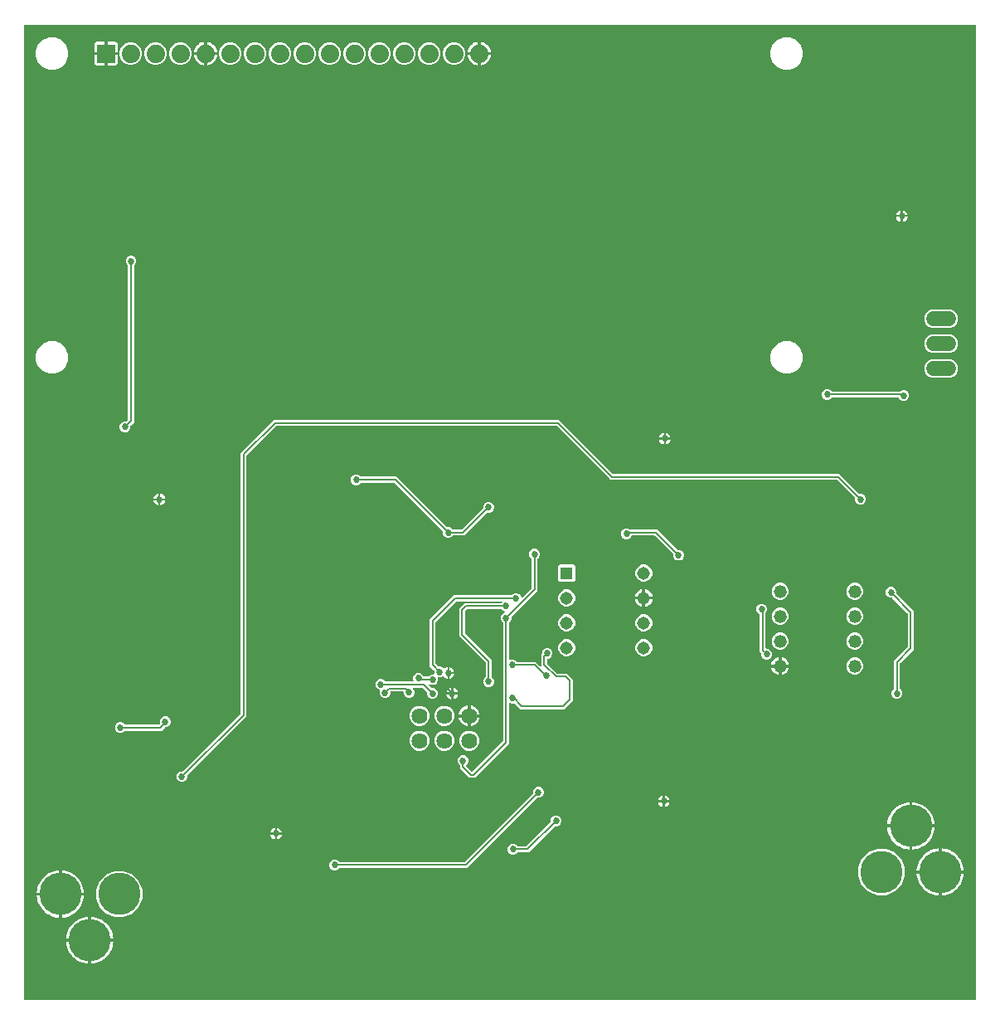
<source format=gbl>
G04 EAGLE Gerber RS-274X export*
G75*
%MOMM*%
%FSLAX34Y34*%
%LPD*%
%INBottom Copper*%
%IPPOS*%
%AMOC8*
5,1,8,0,0,1.08239X$1,22.5*%
G01*
%ADD10C,1.320800*%
%ADD11C,1.625600*%
%ADD12C,4.318000*%
%ADD13R,1.879600X1.879600*%
%ADD14C,1.879600*%
%ADD15C,1.524000*%
%ADD16C,1.308000*%
%ADD17R,1.308000X1.308000*%
%ADD18C,0.685800*%
%ADD19C,0.203200*%

G36*
X974365Y2542D02*
X974365Y2542D01*
X974370Y2541D01*
X974490Y2562D01*
X974609Y2580D01*
X974613Y2583D01*
X974619Y2584D01*
X974726Y2641D01*
X974833Y2696D01*
X974837Y2699D01*
X974841Y2702D01*
X974924Y2788D01*
X975010Y2875D01*
X975013Y2880D01*
X975016Y2883D01*
X975068Y2992D01*
X975123Y3101D01*
X975123Y3106D01*
X975126Y3110D01*
X975159Y3340D01*
X975159Y996660D01*
X975158Y996665D01*
X975159Y996670D01*
X975138Y996790D01*
X975120Y996909D01*
X975117Y996913D01*
X975116Y996919D01*
X975059Y997026D01*
X975004Y997133D01*
X975001Y997137D01*
X974998Y997141D01*
X974912Y997224D01*
X974825Y997310D01*
X974820Y997313D01*
X974817Y997316D01*
X974708Y997368D01*
X974599Y997423D01*
X974594Y997423D01*
X974590Y997426D01*
X974360Y997459D01*
X3340Y997459D01*
X3335Y997458D01*
X3330Y997459D01*
X3210Y997438D01*
X3091Y997420D01*
X3087Y997417D01*
X3081Y997416D01*
X2974Y997359D01*
X2867Y997304D01*
X2863Y997301D01*
X2859Y997298D01*
X2776Y997212D01*
X2690Y997125D01*
X2687Y997120D01*
X2684Y997117D01*
X2632Y997008D01*
X2577Y996899D01*
X2577Y996894D01*
X2574Y996890D01*
X2541Y996660D01*
X2541Y3340D01*
X2542Y3335D01*
X2541Y3330D01*
X2562Y3210D01*
X2580Y3091D01*
X2583Y3087D01*
X2584Y3081D01*
X2641Y2974D01*
X2696Y2867D01*
X2699Y2863D01*
X2702Y2859D01*
X2788Y2776D01*
X2875Y2690D01*
X2880Y2687D01*
X2883Y2684D01*
X2992Y2632D01*
X3101Y2577D01*
X3106Y2577D01*
X3110Y2574D01*
X3340Y2541D01*
X974360Y2541D01*
X974365Y2542D01*
G37*
%LPC*%
G36*
X457737Y228951D02*
X457737Y228951D01*
X447951Y238737D01*
X447951Y241471D01*
X447940Y241541D01*
X447939Y241612D01*
X447920Y241664D01*
X447912Y241720D01*
X447879Y241783D01*
X447856Y241850D01*
X447820Y241898D01*
X447796Y241944D01*
X447757Y241983D01*
X447717Y242036D01*
X446370Y243383D01*
X445538Y245391D01*
X445538Y247563D01*
X446370Y249571D01*
X447906Y251107D01*
X449914Y251939D01*
X452086Y251939D01*
X454094Y251107D01*
X455630Y249571D01*
X456462Y247563D01*
X456462Y245391D01*
X455630Y243383D01*
X454344Y242097D01*
X454341Y242093D01*
X454337Y242090D01*
X454267Y241991D01*
X454197Y241893D01*
X454195Y241888D01*
X454192Y241884D01*
X454157Y241769D01*
X454120Y241653D01*
X454120Y241648D01*
X454118Y241643D01*
X454120Y241523D01*
X454121Y241401D01*
X454123Y241396D01*
X454123Y241391D01*
X454163Y241277D01*
X454169Y241258D01*
X454201Y241162D01*
X454204Y241158D01*
X454206Y241153D01*
X454271Y241066D01*
X454287Y241035D01*
X454310Y241013D01*
X454344Y240967D01*
X459935Y235377D01*
X459939Y235374D01*
X459942Y235370D01*
X460041Y235300D01*
X460139Y235229D01*
X460144Y235227D01*
X460148Y235224D01*
X460263Y235189D01*
X460379Y235152D01*
X460384Y235152D01*
X460389Y235150D01*
X460509Y235153D01*
X460631Y235153D01*
X460636Y235155D01*
X460641Y235155D01*
X460754Y235195D01*
X460870Y235233D01*
X460874Y235237D01*
X460879Y235238D01*
X461065Y235377D01*
X491717Y266029D01*
X491759Y266086D01*
X491808Y266137D01*
X491832Y266188D01*
X491865Y266233D01*
X491887Y266300D01*
X491918Y266364D01*
X491926Y266424D01*
X491942Y266473D01*
X491942Y266529D01*
X491951Y266594D01*
X491951Y386994D01*
X491940Y387064D01*
X491939Y387135D01*
X491920Y387187D01*
X491912Y387243D01*
X491879Y387306D01*
X491856Y387373D01*
X491820Y387421D01*
X491796Y387467D01*
X491757Y387506D01*
X491717Y387559D01*
X490370Y388906D01*
X489538Y390914D01*
X489538Y393086D01*
X490370Y395094D01*
X491906Y396630D01*
X493430Y397262D01*
X493487Y397296D01*
X493547Y397322D01*
X493593Y397362D01*
X493645Y397394D01*
X493688Y397444D01*
X493738Y397487D01*
X493769Y397539D01*
X493808Y397586D01*
X493833Y397647D01*
X493867Y397704D01*
X493880Y397763D01*
X493903Y397819D01*
X493908Y397885D01*
X493922Y397949D01*
X493916Y398010D01*
X493921Y398071D01*
X493905Y398135D01*
X493898Y398200D01*
X493874Y398256D01*
X493859Y398315D01*
X493824Y398371D01*
X493797Y398431D01*
X493757Y398477D01*
X493724Y398528D01*
X493674Y398570D01*
X493630Y398619D01*
X493573Y398653D01*
X493530Y398689D01*
X493482Y398708D01*
X493430Y398738D01*
X491906Y399370D01*
X490559Y400717D01*
X490501Y400759D01*
X490450Y400808D01*
X490400Y400832D01*
X490355Y400865D01*
X490287Y400887D01*
X490223Y400918D01*
X490164Y400926D01*
X490115Y400942D01*
X490059Y400942D01*
X489994Y400951D01*
X455594Y400951D01*
X455524Y400940D01*
X455453Y400939D01*
X455400Y400920D01*
X455345Y400912D01*
X455282Y400879D01*
X455215Y400856D01*
X455167Y400820D01*
X455121Y400796D01*
X455082Y400757D01*
X455029Y400717D01*
X453283Y398971D01*
X453241Y398914D01*
X453192Y398863D01*
X453168Y398812D01*
X453135Y398767D01*
X453113Y398700D01*
X453082Y398636D01*
X453074Y398576D01*
X453058Y398527D01*
X453058Y398471D01*
X453049Y398406D01*
X453049Y376594D01*
X453060Y376524D01*
X453061Y376453D01*
X453080Y376400D01*
X453088Y376345D01*
X453121Y376282D01*
X453144Y376215D01*
X453180Y376167D01*
X453204Y376121D01*
X453212Y376113D01*
X453214Y376108D01*
X453247Y376076D01*
X453283Y376029D01*
X480049Y349263D01*
X480049Y332006D01*
X480060Y331936D01*
X480061Y331865D01*
X480080Y331813D01*
X480088Y331757D01*
X480121Y331694D01*
X480144Y331627D01*
X480180Y331579D01*
X480204Y331533D01*
X480243Y331494D01*
X480283Y331441D01*
X481630Y330094D01*
X482462Y328086D01*
X482462Y325914D01*
X481630Y323906D01*
X480094Y322370D01*
X478086Y321538D01*
X475914Y321538D01*
X473906Y322370D01*
X472370Y323906D01*
X471538Y325914D01*
X471538Y328086D01*
X472370Y330094D01*
X473717Y331441D01*
X473759Y331499D01*
X473808Y331550D01*
X473832Y331600D01*
X473865Y331645D01*
X473887Y331713D01*
X473918Y331777D01*
X473926Y331836D01*
X473942Y331885D01*
X473942Y331941D01*
X473951Y332006D01*
X473951Y346406D01*
X473940Y346476D01*
X473939Y346547D01*
X473920Y346600D01*
X473912Y346655D01*
X473879Y346718D01*
X473856Y346785D01*
X473820Y346833D01*
X473796Y346879D01*
X473757Y346918D01*
X473717Y346971D01*
X446951Y373737D01*
X446951Y401263D01*
X448971Y403283D01*
X452737Y407049D01*
X489994Y407049D01*
X490064Y407060D01*
X490135Y407061D01*
X490187Y407080D01*
X490243Y407088D01*
X490306Y407121D01*
X490373Y407144D01*
X490421Y407180D01*
X490467Y407204D01*
X490506Y407243D01*
X490559Y407283D01*
X490863Y407587D01*
X490901Y407640D01*
X490948Y407687D01*
X490975Y407742D01*
X491011Y407791D01*
X491031Y407854D01*
X491060Y407913D01*
X491069Y407973D01*
X491088Y408031D01*
X491087Y408097D01*
X491097Y408162D01*
X491086Y408222D01*
X491086Y408283D01*
X491065Y408346D01*
X491054Y408411D01*
X491025Y408464D01*
X491006Y408522D01*
X490967Y408575D01*
X490936Y408633D01*
X490892Y408675D01*
X490856Y408724D01*
X490802Y408762D01*
X490754Y408808D01*
X490699Y408834D01*
X490650Y408870D01*
X490587Y408889D01*
X490527Y408918D01*
X490462Y408927D01*
X490409Y408944D01*
X490357Y408943D01*
X490298Y408951D01*
X444594Y408951D01*
X444524Y408940D01*
X444453Y408939D01*
X444400Y408920D01*
X444345Y408912D01*
X444282Y408879D01*
X444215Y408856D01*
X444167Y408820D01*
X444121Y408796D01*
X444082Y408757D01*
X444029Y408717D01*
X423283Y387971D01*
X423241Y387914D01*
X423192Y387863D01*
X423168Y387812D01*
X423135Y387767D01*
X423113Y387700D01*
X423082Y387636D01*
X423074Y387576D01*
X423058Y387527D01*
X423058Y387471D01*
X423049Y387406D01*
X423049Y345594D01*
X423060Y345524D01*
X423061Y345453D01*
X423080Y345400D01*
X423088Y345345D01*
X423121Y345282D01*
X423144Y345215D01*
X423180Y345167D01*
X423204Y345121D01*
X423243Y345082D01*
X423283Y345029D01*
X425616Y342696D01*
X425673Y342654D01*
X425724Y342605D01*
X425775Y342581D01*
X425820Y342548D01*
X425887Y342526D01*
X425951Y342495D01*
X426011Y342487D01*
X426060Y342471D01*
X426116Y342471D01*
X426181Y342462D01*
X428086Y342462D01*
X430094Y341630D01*
X431076Y340648D01*
X431080Y340645D01*
X431083Y340641D01*
X431182Y340571D01*
X431280Y340501D01*
X431285Y340499D01*
X431289Y340496D01*
X431404Y340461D01*
X431520Y340424D01*
X431525Y340424D01*
X431530Y340422D01*
X431650Y340424D01*
X431772Y340425D01*
X431777Y340427D01*
X431782Y340427D01*
X431895Y340466D01*
X432011Y340505D01*
X432015Y340508D01*
X432020Y340510D01*
X432156Y340611D01*
X433172Y341290D01*
X434259Y341740D01*
X435048Y341897D01*
X435048Y336153D01*
X435049Y336148D01*
X435048Y336143D01*
X435069Y336023D01*
X435072Y336007D01*
X435048Y335847D01*
X435048Y330103D01*
X434259Y330260D01*
X433172Y330710D01*
X432195Y331363D01*
X431363Y332194D01*
X431326Y332251D01*
X431269Y332312D01*
X431219Y332379D01*
X431184Y332404D01*
X431154Y332435D01*
X431081Y332476D01*
X431013Y332524D01*
X430972Y332537D01*
X430934Y332558D01*
X430852Y332574D01*
X430772Y332598D01*
X430729Y332597D01*
X430686Y332605D01*
X430603Y332595D01*
X430520Y332593D01*
X430479Y332579D01*
X430436Y332574D01*
X430361Y332538D01*
X430282Y332510D01*
X430245Y332483D01*
X430209Y332466D01*
X430161Y332420D01*
X430096Y332372D01*
X430094Y332370D01*
X428086Y331538D01*
X426056Y331538D01*
X426021Y331533D01*
X425986Y331535D01*
X425897Y331513D01*
X425808Y331499D01*
X425776Y331482D01*
X425741Y331473D01*
X425664Y331425D01*
X425583Y331383D01*
X425558Y331358D01*
X425528Y331339D01*
X425470Y331269D01*
X425406Y331204D01*
X425390Y331172D01*
X425368Y331144D01*
X425334Y331060D01*
X425294Y330978D01*
X425289Y330943D01*
X425276Y330910D01*
X425271Y330819D01*
X425257Y330729D01*
X425263Y330694D01*
X425261Y330658D01*
X425287Y330555D01*
X425300Y330480D01*
X425312Y330459D01*
X425318Y330433D01*
X425462Y330086D01*
X425462Y327914D01*
X424630Y325906D01*
X423094Y324370D01*
X421086Y323538D01*
X418914Y323538D01*
X417265Y324221D01*
X417172Y324243D01*
X417080Y324273D01*
X417050Y324273D01*
X417020Y324280D01*
X416924Y324272D01*
X416828Y324271D01*
X416799Y324261D01*
X416769Y324259D01*
X416680Y324222D01*
X416589Y324191D01*
X416565Y324173D01*
X416536Y324161D01*
X416464Y324098D01*
X416387Y324041D01*
X416369Y324016D01*
X416346Y323996D01*
X416297Y323913D01*
X416242Y323835D01*
X416233Y323805D01*
X416217Y323779D01*
X416196Y323685D01*
X416168Y323594D01*
X416168Y323563D01*
X416161Y323533D01*
X416171Y323437D01*
X416172Y323342D01*
X416182Y323313D01*
X416185Y323282D01*
X416224Y323194D01*
X416255Y323104D01*
X416275Y323078D01*
X416286Y323051D01*
X416335Y322996D01*
X416394Y322918D01*
X418616Y320696D01*
X418673Y320654D01*
X418724Y320605D01*
X418775Y320581D01*
X418820Y320548D01*
X418887Y320526D01*
X418951Y320495D01*
X419011Y320487D01*
X419060Y320471D01*
X419116Y320471D01*
X419181Y320462D01*
X421086Y320462D01*
X423094Y319630D01*
X424630Y318094D01*
X425462Y316086D01*
X425462Y313914D01*
X424630Y311906D01*
X423094Y310370D01*
X421086Y309538D01*
X418914Y309538D01*
X416906Y310370D01*
X415370Y311906D01*
X414538Y313914D01*
X414538Y315819D01*
X414527Y315889D01*
X414526Y315960D01*
X414507Y316013D01*
X414499Y316068D01*
X414466Y316131D01*
X414443Y316198D01*
X414407Y316246D01*
X414383Y316292D01*
X414352Y316323D01*
X414350Y316328D01*
X414337Y316340D01*
X414304Y316384D01*
X409971Y320717D01*
X409914Y320759D01*
X409863Y320808D01*
X409812Y320832D01*
X409767Y320865D01*
X409700Y320887D01*
X409636Y320918D01*
X409576Y320926D01*
X409527Y320942D01*
X409471Y320942D01*
X409406Y320951D01*
X400702Y320951D01*
X400637Y320941D01*
X400571Y320940D01*
X400513Y320921D01*
X400453Y320912D01*
X400395Y320881D01*
X400332Y320860D01*
X400283Y320824D01*
X400229Y320796D01*
X400183Y320749D01*
X400130Y320710D01*
X400095Y320660D01*
X400052Y320617D01*
X400023Y320558D01*
X399985Y320504D01*
X399967Y320446D01*
X399940Y320391D01*
X399930Y320326D01*
X399911Y320263D01*
X399912Y320202D01*
X399903Y320142D01*
X399914Y320077D01*
X399916Y320011D01*
X399936Y319953D01*
X399946Y319893D01*
X399977Y319835D01*
X399999Y319773D01*
X400038Y319720D01*
X400064Y319671D01*
X400101Y319635D01*
X400137Y319587D01*
X400630Y319094D01*
X401462Y317086D01*
X401462Y314914D01*
X400630Y312906D01*
X399094Y311370D01*
X397086Y310538D01*
X394914Y310538D01*
X392906Y311370D01*
X391370Y312906D01*
X390538Y314914D01*
X390538Y316088D01*
X390537Y316093D01*
X390538Y316098D01*
X390517Y316218D01*
X390499Y316337D01*
X390496Y316341D01*
X390495Y316347D01*
X390438Y316454D01*
X390383Y316561D01*
X390380Y316565D01*
X390377Y316569D01*
X390291Y316652D01*
X390204Y316738D01*
X390199Y316741D01*
X390196Y316744D01*
X390087Y316796D01*
X389978Y316851D01*
X389973Y316851D01*
X389969Y316854D01*
X389739Y316887D01*
X377547Y316887D01*
X377542Y316886D01*
X377537Y316887D01*
X377417Y316866D01*
X377298Y316848D01*
X377294Y316845D01*
X377289Y316844D01*
X377181Y316787D01*
X377074Y316732D01*
X377070Y316729D01*
X377066Y316726D01*
X376983Y316640D01*
X376897Y316553D01*
X376895Y316548D01*
X376891Y316545D01*
X376839Y316436D01*
X376785Y316327D01*
X376784Y316322D01*
X376782Y316318D01*
X376748Y316088D01*
X376748Y314627D01*
X375916Y312620D01*
X374380Y311084D01*
X372373Y310252D01*
X370200Y310252D01*
X368192Y311084D01*
X366656Y312620D01*
X365824Y314627D01*
X365824Y316800D01*
X366146Y317577D01*
X366147Y317582D01*
X366150Y317586D01*
X366176Y317703D01*
X366205Y317822D01*
X366204Y317827D01*
X366205Y317832D01*
X366194Y317953D01*
X366184Y318073D01*
X366182Y318078D01*
X366181Y318083D01*
X366133Y318194D01*
X366086Y318306D01*
X366083Y318309D01*
X366081Y318314D01*
X366000Y318405D01*
X365921Y318496D01*
X365916Y318498D01*
X365913Y318502D01*
X365714Y318621D01*
X363906Y319370D01*
X362370Y320906D01*
X361538Y322914D01*
X361538Y325086D01*
X362370Y327094D01*
X363906Y328630D01*
X365914Y329462D01*
X368086Y329462D01*
X370094Y328630D01*
X371441Y327283D01*
X371499Y327241D01*
X371550Y327192D01*
X371600Y327168D01*
X371645Y327135D01*
X371713Y327113D01*
X371777Y327082D01*
X371836Y327074D01*
X371885Y327058D01*
X371941Y327058D01*
X372006Y327049D01*
X399835Y327049D01*
X399870Y327054D01*
X399906Y327052D01*
X399994Y327074D01*
X400084Y327088D01*
X400116Y327105D01*
X400150Y327114D01*
X400227Y327162D01*
X400308Y327204D01*
X400333Y327229D01*
X400363Y327248D01*
X400421Y327318D01*
X400485Y327383D01*
X400501Y327415D01*
X400524Y327443D01*
X400557Y327527D01*
X400598Y327609D01*
X400603Y327644D01*
X400616Y327677D01*
X400621Y327768D01*
X400634Y327858D01*
X400628Y327893D01*
X400630Y327929D01*
X400604Y328032D01*
X400591Y328107D01*
X400580Y328128D01*
X400574Y328154D01*
X400061Y329391D01*
X400061Y331563D01*
X400893Y333571D01*
X402429Y335107D01*
X404437Y335939D01*
X406609Y335939D01*
X408617Y335107D01*
X410153Y333571D01*
X410579Y332542D01*
X410632Y332456D01*
X410680Y332367D01*
X410698Y332349D01*
X410711Y332327D01*
X410789Y332262D01*
X410861Y332192D01*
X410884Y332181D01*
X410904Y332164D01*
X410997Y332126D01*
X411088Y332082D01*
X411115Y332079D01*
X411137Y332069D01*
X411213Y332064D01*
X411318Y332049D01*
X414994Y332049D01*
X415064Y332060D01*
X415135Y332061D01*
X415187Y332080D01*
X415243Y332088D01*
X415306Y332121D01*
X415373Y332144D01*
X415421Y332180D01*
X415467Y332204D01*
X415506Y332243D01*
X415559Y332283D01*
X416906Y333630D01*
X418914Y334462D01*
X420944Y334462D01*
X420979Y334467D01*
X421014Y334465D01*
X421103Y334487D01*
X421192Y334501D01*
X421224Y334518D01*
X421259Y334527D01*
X421336Y334575D01*
X421417Y334617D01*
X421442Y334642D01*
X421472Y334661D01*
X421530Y334731D01*
X421594Y334796D01*
X421610Y334828D01*
X421632Y334856D01*
X421666Y334940D01*
X421706Y335022D01*
X421711Y335057D01*
X421724Y335090D01*
X421729Y335181D01*
X421743Y335271D01*
X421737Y335306D01*
X421739Y335342D01*
X421713Y335445D01*
X421700Y335520D01*
X421688Y335541D01*
X421682Y335567D01*
X421538Y335914D01*
X421538Y337819D01*
X421527Y337889D01*
X421526Y337960D01*
X421507Y338013D01*
X421499Y338068D01*
X421466Y338131D01*
X421443Y338198D01*
X421407Y338246D01*
X421383Y338292D01*
X421344Y338331D01*
X421304Y338384D01*
X416951Y342737D01*
X416951Y390263D01*
X441737Y415049D01*
X499994Y415049D01*
X500064Y415060D01*
X500135Y415061D01*
X500187Y415080D01*
X500243Y415088D01*
X500306Y415121D01*
X500373Y415144D01*
X500421Y415180D01*
X500467Y415204D01*
X500506Y415243D01*
X500559Y415283D01*
X501906Y416630D01*
X503914Y417462D01*
X506086Y417462D01*
X508094Y416630D01*
X509630Y415094D01*
X510389Y413263D01*
X510407Y413233D01*
X510419Y413199D01*
X510473Y413126D01*
X510521Y413048D01*
X510548Y413025D01*
X510569Y412997D01*
X510643Y412944D01*
X510713Y412885D01*
X510746Y412872D01*
X510775Y412851D01*
X510862Y412825D01*
X510946Y412790D01*
X510982Y412788D01*
X511016Y412777D01*
X511107Y412779D01*
X511198Y412773D01*
X511232Y412781D01*
X511268Y412782D01*
X511354Y412812D01*
X511442Y412834D01*
X511472Y412853D01*
X511506Y412865D01*
X511591Y412929D01*
X511655Y412969D01*
X511671Y412988D01*
X511692Y413004D01*
X520717Y422029D01*
X520759Y422086D01*
X520808Y422137D01*
X520832Y422188D01*
X520865Y422233D01*
X520887Y422300D01*
X520918Y422364D01*
X520926Y422424D01*
X520942Y422473D01*
X520942Y422529D01*
X520951Y422594D01*
X520951Y451994D01*
X520940Y452064D01*
X520939Y452135D01*
X520920Y452187D01*
X520912Y452243D01*
X520879Y452306D01*
X520856Y452373D01*
X520820Y452421D01*
X520796Y452467D01*
X520757Y452506D01*
X520717Y452559D01*
X519370Y453906D01*
X518538Y455914D01*
X518538Y458086D01*
X519370Y460094D01*
X520906Y461630D01*
X522914Y462462D01*
X525086Y462462D01*
X527094Y461630D01*
X528630Y460094D01*
X529462Y458086D01*
X529462Y455914D01*
X528630Y453906D01*
X527283Y452559D01*
X527241Y452501D01*
X527192Y452450D01*
X527168Y452400D01*
X527135Y452355D01*
X527113Y452287D01*
X527082Y452223D01*
X527074Y452164D01*
X527058Y452115D01*
X527058Y452059D01*
X527049Y451994D01*
X527049Y419737D01*
X500696Y393384D01*
X500654Y393327D01*
X500605Y393276D01*
X500581Y393225D01*
X500548Y393180D01*
X500526Y393113D01*
X500495Y393049D01*
X500487Y392989D01*
X500471Y392940D01*
X500471Y392884D01*
X500462Y392819D01*
X500462Y390914D01*
X499630Y388906D01*
X498283Y387559D01*
X498241Y387501D01*
X498192Y387450D01*
X498168Y387400D01*
X498135Y387355D01*
X498113Y387287D01*
X498082Y387223D01*
X498074Y387164D01*
X498058Y387115D01*
X498058Y387059D01*
X498049Y386994D01*
X498049Y349669D01*
X498054Y349634D01*
X498052Y349598D01*
X498074Y349510D01*
X498088Y349420D01*
X498105Y349388D01*
X498114Y349354D01*
X498162Y349277D01*
X498204Y349196D01*
X498229Y349171D01*
X498248Y349140D01*
X498318Y349083D01*
X498383Y349019D01*
X498415Y349003D01*
X498443Y348980D01*
X498527Y348947D01*
X498609Y348906D01*
X498644Y348901D01*
X498677Y348888D01*
X498768Y348883D01*
X498858Y348870D01*
X498893Y348876D01*
X498929Y348874D01*
X499032Y348900D01*
X499107Y348913D01*
X499128Y348924D01*
X499154Y348930D01*
X500437Y349462D01*
X502609Y349462D01*
X504617Y348630D01*
X505964Y347283D01*
X506022Y347241D01*
X506073Y347192D01*
X506123Y347168D01*
X506168Y347135D01*
X506236Y347113D01*
X506300Y347082D01*
X506359Y347074D01*
X506408Y347058D01*
X506464Y347058D01*
X506529Y347049D01*
X525263Y347049D01*
X529587Y342725D01*
X529640Y342686D01*
X529687Y342640D01*
X529742Y342612D01*
X529791Y342577D01*
X529854Y342557D01*
X529913Y342527D01*
X529973Y342518D01*
X530031Y342500D01*
X530097Y342500D01*
X530162Y342491D01*
X530222Y342501D01*
X530283Y342501D01*
X530346Y342522D01*
X530411Y342534D01*
X530464Y342562D01*
X530522Y342581D01*
X530575Y342621D01*
X530633Y342652D01*
X530675Y342696D01*
X530724Y342732D01*
X530762Y342786D01*
X530808Y342833D01*
X530834Y342888D01*
X530870Y342938D01*
X530889Y343001D01*
X530918Y343060D01*
X530927Y343126D01*
X530944Y343179D01*
X530943Y343230D01*
X530951Y343290D01*
X530951Y354263D01*
X531304Y354616D01*
X531346Y354673D01*
X531395Y354724D01*
X531419Y354775D01*
X531452Y354820D01*
X531474Y354887D01*
X531505Y354951D01*
X531513Y355011D01*
X531529Y355060D01*
X531529Y355116D01*
X531538Y355181D01*
X531538Y357086D01*
X532370Y359094D01*
X533906Y360630D01*
X535914Y361462D01*
X538086Y361462D01*
X540094Y360630D01*
X541630Y359094D01*
X542462Y357086D01*
X542462Y354914D01*
X541630Y352906D01*
X540094Y351370D01*
X538086Y350538D01*
X537848Y350538D01*
X537843Y350537D01*
X537838Y350538D01*
X537718Y350517D01*
X537599Y350499D01*
X537595Y350496D01*
X537589Y350495D01*
X537482Y350438D01*
X537375Y350383D01*
X537371Y350380D01*
X537367Y350377D01*
X537284Y350291D01*
X537198Y350204D01*
X537195Y350199D01*
X537192Y350196D01*
X537140Y350087D01*
X537085Y349978D01*
X537085Y349973D01*
X537082Y349969D01*
X537049Y349739D01*
X537049Y345754D01*
X537060Y345684D01*
X537061Y345613D01*
X537080Y345560D01*
X537088Y345505D01*
X537121Y345442D01*
X537144Y345375D01*
X537180Y345326D01*
X537204Y345281D01*
X537243Y345242D01*
X537283Y345189D01*
X547189Y335283D01*
X547246Y335241D01*
X547297Y335192D01*
X547347Y335168D01*
X547393Y335135D01*
X547460Y335113D01*
X547524Y335082D01*
X547584Y335074D01*
X547633Y335058D01*
X547689Y335058D01*
X547754Y335049D01*
X557263Y335049D01*
X563049Y329263D01*
X563049Y307737D01*
X554263Y298951D01*
X509737Y298951D01*
X504077Y304612D01*
X503995Y304671D01*
X503917Y304736D01*
X503893Y304745D01*
X503872Y304760D01*
X503776Y304791D01*
X503682Y304828D01*
X503657Y304829D01*
X503632Y304837D01*
X503531Y304836D01*
X503430Y304842D01*
X503404Y304835D01*
X503380Y304835D01*
X503308Y304811D01*
X503205Y304785D01*
X502609Y304538D01*
X500437Y304538D01*
X499154Y305070D01*
X499119Y305078D01*
X499087Y305094D01*
X498997Y305107D01*
X498909Y305128D01*
X498873Y305125D01*
X498838Y305130D01*
X498748Y305115D01*
X498657Y305107D01*
X498625Y305094D01*
X498589Y305087D01*
X498509Y305045D01*
X498425Y305009D01*
X498398Y304986D01*
X498367Y304969D01*
X498304Y304904D01*
X498235Y304844D01*
X498217Y304813D01*
X498192Y304788D01*
X498152Y304706D01*
X498106Y304628D01*
X498098Y304593D01*
X498082Y304561D01*
X498067Y304456D01*
X498050Y304382D01*
X498053Y304358D01*
X498049Y304331D01*
X498049Y263737D01*
X463263Y228951D01*
X457737Y228951D01*
G37*
%LPD*%
%LPC*%
G36*
X162914Y224538D02*
X162914Y224538D01*
X160906Y225370D01*
X159370Y226906D01*
X158538Y228914D01*
X158538Y231086D01*
X159370Y233094D01*
X160906Y234630D01*
X162914Y235462D01*
X164819Y235462D01*
X164889Y235473D01*
X164960Y235474D01*
X165013Y235493D01*
X165068Y235501D01*
X165131Y235534D01*
X165198Y235557D01*
X165246Y235593D01*
X165292Y235617D01*
X165331Y235656D01*
X165384Y235696D01*
X223717Y294029D01*
X223759Y294086D01*
X223808Y294137D01*
X223832Y294188D01*
X223865Y294233D01*
X223887Y294300D01*
X223918Y294364D01*
X223926Y294424D01*
X223942Y294473D01*
X223942Y294529D01*
X223951Y294594D01*
X223951Y560263D01*
X257737Y594049D01*
X549263Y594049D01*
X604029Y539283D01*
X604086Y539241D01*
X604137Y539192D01*
X604188Y539168D01*
X604233Y539135D01*
X604300Y539113D01*
X604364Y539082D01*
X604424Y539074D01*
X604473Y539058D01*
X604529Y539058D01*
X604594Y539049D01*
X835263Y539049D01*
X855616Y518696D01*
X855673Y518654D01*
X855724Y518605D01*
X855775Y518581D01*
X855820Y518548D01*
X855887Y518526D01*
X855951Y518495D01*
X856011Y518487D01*
X856060Y518471D01*
X856116Y518471D01*
X856181Y518462D01*
X858086Y518462D01*
X860094Y517630D01*
X861630Y516094D01*
X862462Y514086D01*
X862462Y511914D01*
X861630Y509906D01*
X860094Y508370D01*
X858086Y507538D01*
X855914Y507538D01*
X853906Y508370D01*
X852370Y509906D01*
X851538Y511914D01*
X851538Y513819D01*
X851527Y513889D01*
X851526Y513960D01*
X851507Y514013D01*
X851499Y514068D01*
X851466Y514131D01*
X851443Y514198D01*
X851407Y514246D01*
X851383Y514292D01*
X851344Y514331D01*
X851304Y514384D01*
X832971Y532717D01*
X832914Y532759D01*
X832863Y532808D01*
X832812Y532832D01*
X832767Y532865D01*
X832700Y532887D01*
X832636Y532918D01*
X832576Y532926D01*
X832527Y532942D01*
X832471Y532942D01*
X832406Y532951D01*
X601737Y532951D01*
X546971Y587717D01*
X546914Y587759D01*
X546863Y587808D01*
X546812Y587832D01*
X546767Y587865D01*
X546700Y587887D01*
X546636Y587918D01*
X546576Y587926D01*
X546527Y587942D01*
X546471Y587942D01*
X546406Y587951D01*
X260594Y587951D01*
X260524Y587940D01*
X260453Y587939D01*
X260400Y587920D01*
X260345Y587912D01*
X260282Y587879D01*
X260215Y587856D01*
X260167Y587820D01*
X260121Y587796D01*
X260082Y587757D01*
X260029Y587717D01*
X230283Y557971D01*
X230241Y557914D01*
X230192Y557863D01*
X230168Y557812D01*
X230135Y557767D01*
X230113Y557700D01*
X230082Y557636D01*
X230074Y557576D01*
X230058Y557527D01*
X230058Y557471D01*
X230049Y557406D01*
X230049Y291737D01*
X169696Y231384D01*
X169654Y231327D01*
X169605Y231276D01*
X169581Y231225D01*
X169548Y231180D01*
X169526Y231113D01*
X169495Y231049D01*
X169487Y230989D01*
X169471Y230940D01*
X169471Y230884D01*
X169462Y230819D01*
X169462Y228914D01*
X168630Y226906D01*
X167094Y225370D01*
X165086Y224538D01*
X162914Y224538D01*
G37*
%LPD*%
%LPC*%
G36*
X95201Y86577D02*
X95201Y86577D01*
X86519Y90174D01*
X79874Y96819D01*
X76277Y105501D01*
X76277Y114899D01*
X79874Y123581D01*
X86519Y130226D01*
X95201Y133823D01*
X104599Y133823D01*
X113281Y130226D01*
X119926Y123581D01*
X123523Y114899D01*
X123523Y105501D01*
X119926Y96819D01*
X113281Y90174D01*
X104599Y86577D01*
X95201Y86577D01*
G37*
%LPD*%
%LPC*%
G36*
X873601Y109177D02*
X873601Y109177D01*
X864919Y112774D01*
X858274Y119419D01*
X854677Y128101D01*
X854677Y137499D01*
X858274Y146181D01*
X864919Y152826D01*
X873601Y156423D01*
X882999Y156423D01*
X891681Y152826D01*
X898326Y146181D01*
X901923Y137499D01*
X901923Y128101D01*
X898326Y119419D01*
X891681Y112774D01*
X882999Y109177D01*
X873601Y109177D01*
G37*
%LPD*%
%LPC*%
G36*
X318914Y134538D02*
X318914Y134538D01*
X316906Y135370D01*
X315370Y136906D01*
X314538Y138914D01*
X314538Y141086D01*
X315370Y143094D01*
X316906Y144630D01*
X318914Y145462D01*
X321086Y145462D01*
X323094Y144630D01*
X324441Y143283D01*
X324499Y143241D01*
X324550Y143192D01*
X324600Y143168D01*
X324645Y143135D01*
X324713Y143113D01*
X324777Y143082D01*
X324836Y143074D01*
X324885Y143058D01*
X324941Y143058D01*
X325006Y143049D01*
X452406Y143049D01*
X452476Y143060D01*
X452547Y143061D01*
X452600Y143080D01*
X452655Y143088D01*
X452718Y143121D01*
X452785Y143144D01*
X452833Y143180D01*
X452879Y143204D01*
X452918Y143243D01*
X452971Y143283D01*
X522304Y212616D01*
X522346Y212673D01*
X522395Y212724D01*
X522419Y212775D01*
X522452Y212820D01*
X522474Y212887D01*
X522505Y212951D01*
X522513Y213011D01*
X522529Y213060D01*
X522529Y213116D01*
X522538Y213181D01*
X522538Y215086D01*
X523370Y217094D01*
X524906Y218630D01*
X526914Y219462D01*
X529086Y219462D01*
X531094Y218630D01*
X532630Y217094D01*
X533462Y215086D01*
X533462Y212914D01*
X532630Y210906D01*
X531094Y209370D01*
X529086Y208538D01*
X527181Y208538D01*
X527111Y208527D01*
X527040Y208526D01*
X526987Y208507D01*
X526932Y208499D01*
X526869Y208466D01*
X526802Y208443D01*
X526754Y208407D01*
X526708Y208383D01*
X526669Y208344D01*
X526616Y208304D01*
X455263Y136951D01*
X325006Y136951D01*
X324936Y136940D01*
X324865Y136939D01*
X324813Y136920D01*
X324757Y136912D01*
X324694Y136879D01*
X324627Y136856D01*
X324579Y136820D01*
X324533Y136796D01*
X324494Y136757D01*
X324441Y136717D01*
X323094Y135370D01*
X321086Y134538D01*
X318914Y134538D01*
G37*
%LPD*%
%LPC*%
G36*
X434914Y473538D02*
X434914Y473538D01*
X432906Y474370D01*
X431370Y475906D01*
X430538Y477914D01*
X430538Y479819D01*
X430527Y479889D01*
X430526Y479960D01*
X430507Y480013D01*
X430499Y480068D01*
X430466Y480131D01*
X430443Y480198D01*
X430407Y480246D01*
X430383Y480292D01*
X430344Y480331D01*
X430304Y480384D01*
X380971Y529717D01*
X380914Y529759D01*
X380863Y529808D01*
X380812Y529832D01*
X380767Y529865D01*
X380700Y529887D01*
X380636Y529918D01*
X380576Y529926D01*
X380527Y529942D01*
X380471Y529942D01*
X380406Y529951D01*
X347006Y529951D01*
X346936Y529940D01*
X346865Y529939D01*
X346813Y529920D01*
X346757Y529912D01*
X346694Y529879D01*
X346627Y529856D01*
X346579Y529820D01*
X346533Y529796D01*
X346494Y529757D01*
X346441Y529717D01*
X345094Y528370D01*
X343086Y527538D01*
X340914Y527538D01*
X338906Y528370D01*
X337370Y529906D01*
X336538Y531914D01*
X336538Y534086D01*
X337370Y536094D01*
X338906Y537630D01*
X340914Y538462D01*
X343086Y538462D01*
X345094Y537630D01*
X346441Y536283D01*
X346499Y536241D01*
X346550Y536192D01*
X346600Y536168D01*
X346645Y536135D01*
X346713Y536113D01*
X346777Y536082D01*
X346836Y536074D01*
X346885Y536058D01*
X346941Y536058D01*
X347006Y536049D01*
X383263Y536049D01*
X434616Y484696D01*
X434673Y484654D01*
X434724Y484605D01*
X434775Y484581D01*
X434820Y484548D01*
X434887Y484526D01*
X434951Y484495D01*
X435011Y484487D01*
X435060Y484471D01*
X435116Y484471D01*
X435181Y484462D01*
X437086Y484462D01*
X439094Y483630D01*
X440441Y482283D01*
X440499Y482241D01*
X440550Y482192D01*
X440600Y482168D01*
X440645Y482135D01*
X440713Y482113D01*
X440777Y482082D01*
X440836Y482074D01*
X440885Y482058D01*
X440941Y482058D01*
X441006Y482049D01*
X449406Y482049D01*
X449476Y482060D01*
X449547Y482061D01*
X449600Y482080D01*
X449655Y482088D01*
X449718Y482121D01*
X449785Y482144D01*
X449833Y482180D01*
X449879Y482204D01*
X449918Y482243D01*
X449971Y482283D01*
X471304Y503616D01*
X471346Y503673D01*
X471395Y503724D01*
X471419Y503775D01*
X471452Y503820D01*
X471474Y503887D01*
X471505Y503951D01*
X471513Y504011D01*
X471529Y504060D01*
X471529Y504116D01*
X471538Y504181D01*
X471538Y506086D01*
X472370Y508094D01*
X473906Y509630D01*
X475914Y510462D01*
X478086Y510462D01*
X480094Y509630D01*
X481630Y508094D01*
X482462Y506086D01*
X482462Y503914D01*
X481630Y501906D01*
X480094Y500370D01*
X478086Y499538D01*
X476181Y499538D01*
X476111Y499527D01*
X476040Y499526D01*
X475987Y499507D01*
X475932Y499499D01*
X475869Y499466D01*
X475802Y499443D01*
X475754Y499407D01*
X475708Y499383D01*
X475669Y499344D01*
X475616Y499304D01*
X452263Y475951D01*
X441006Y475951D01*
X440936Y475940D01*
X440865Y475939D01*
X440813Y475920D01*
X440757Y475912D01*
X440694Y475879D01*
X440627Y475856D01*
X440579Y475820D01*
X440533Y475796D01*
X440494Y475757D01*
X440441Y475717D01*
X439094Y474370D01*
X437086Y473538D01*
X434914Y473538D01*
G37*
%LPD*%
%LPC*%
G36*
X104914Y581538D02*
X104914Y581538D01*
X102906Y582370D01*
X101370Y583906D01*
X100538Y585914D01*
X100538Y588086D01*
X101370Y590094D01*
X102906Y591630D01*
X104914Y592462D01*
X106819Y592462D01*
X106889Y592473D01*
X106960Y592474D01*
X107013Y592493D01*
X107068Y592501D01*
X107131Y592534D01*
X107198Y592557D01*
X107246Y592593D01*
X107292Y592617D01*
X107331Y592656D01*
X107384Y592696D01*
X108717Y594029D01*
X108759Y594086D01*
X108808Y594137D01*
X108832Y594188D01*
X108865Y594233D01*
X108887Y594300D01*
X108918Y594364D01*
X108926Y594424D01*
X108942Y594473D01*
X108942Y594529D01*
X108951Y594594D01*
X108951Y750994D01*
X108940Y751064D01*
X108939Y751135D01*
X108920Y751187D01*
X108912Y751243D01*
X108879Y751306D01*
X108856Y751373D01*
X108820Y751421D01*
X108796Y751467D01*
X108757Y751506D01*
X108717Y751559D01*
X107370Y752906D01*
X106538Y754914D01*
X106538Y757086D01*
X107370Y759094D01*
X108906Y760630D01*
X110914Y761462D01*
X113086Y761462D01*
X115094Y760630D01*
X116630Y759094D01*
X117462Y757086D01*
X117462Y754914D01*
X116630Y752906D01*
X115283Y751559D01*
X115241Y751501D01*
X115192Y751450D01*
X115168Y751400D01*
X115135Y751355D01*
X115113Y751287D01*
X115082Y751223D01*
X115074Y751164D01*
X115058Y751115D01*
X115058Y751059D01*
X115049Y750994D01*
X115049Y591737D01*
X111696Y588384D01*
X111654Y588327D01*
X111605Y588276D01*
X111581Y588225D01*
X111548Y588180D01*
X111526Y588113D01*
X111495Y588049D01*
X111487Y587989D01*
X111471Y587940D01*
X111471Y587884D01*
X111462Y587819D01*
X111462Y585914D01*
X110630Y583906D01*
X109094Y582370D01*
X107086Y581538D01*
X104914Y581538D01*
G37*
%LPD*%
%LPC*%
G36*
X778110Y951259D02*
X778110Y951259D01*
X772030Y953777D01*
X767377Y958430D01*
X764859Y964510D01*
X764859Y971090D01*
X767377Y977170D01*
X772030Y981823D01*
X778110Y984341D01*
X784690Y984341D01*
X790770Y981823D01*
X795423Y977170D01*
X797941Y971090D01*
X797941Y964510D01*
X795423Y958430D01*
X790770Y953777D01*
X784690Y951259D01*
X778110Y951259D01*
G37*
%LPD*%
%LPC*%
G36*
X28110Y951259D02*
X28110Y951259D01*
X22030Y953777D01*
X17377Y958430D01*
X14859Y964510D01*
X14859Y971090D01*
X17377Y977170D01*
X22030Y981823D01*
X28110Y984341D01*
X34690Y984341D01*
X40770Y981823D01*
X45423Y977170D01*
X47941Y971090D01*
X47941Y964510D01*
X45423Y958430D01*
X40770Y953777D01*
X34690Y951259D01*
X28110Y951259D01*
G37*
%LPD*%
%LPC*%
G36*
X28110Y641259D02*
X28110Y641259D01*
X22030Y643777D01*
X17377Y648430D01*
X14859Y654510D01*
X14859Y661090D01*
X17377Y667170D01*
X22030Y671823D01*
X28110Y674341D01*
X34690Y674341D01*
X40770Y671823D01*
X45423Y667170D01*
X47941Y661090D01*
X47941Y654510D01*
X45423Y648430D01*
X40770Y643777D01*
X34690Y641259D01*
X28110Y641259D01*
G37*
%LPD*%
%LPC*%
G36*
X778110Y641259D02*
X778110Y641259D01*
X772030Y643777D01*
X767377Y648430D01*
X764859Y654510D01*
X764859Y661090D01*
X767377Y667170D01*
X772030Y671823D01*
X778110Y674341D01*
X784690Y674341D01*
X790770Y671823D01*
X795423Y667170D01*
X797941Y661090D01*
X797941Y654510D01*
X795423Y648430D01*
X790770Y643777D01*
X784690Y641259D01*
X778110Y641259D01*
G37*
%LPD*%
%LPC*%
G36*
X892914Y309538D02*
X892914Y309538D01*
X890906Y310370D01*
X889370Y311906D01*
X888538Y313914D01*
X888538Y316086D01*
X889370Y318094D01*
X890717Y319441D01*
X890759Y319499D01*
X890808Y319550D01*
X890832Y319600D01*
X890865Y319645D01*
X890887Y319713D01*
X890918Y319777D01*
X890926Y319836D01*
X890942Y319885D01*
X890942Y319941D01*
X890951Y320006D01*
X890951Y348263D01*
X904717Y362029D01*
X904759Y362086D01*
X904808Y362137D01*
X904832Y362188D01*
X904865Y362233D01*
X904887Y362300D01*
X904918Y362364D01*
X904926Y362424D01*
X904942Y362473D01*
X904942Y362529D01*
X904951Y362594D01*
X904951Y396406D01*
X904940Y396476D01*
X904939Y396547D01*
X904920Y396600D01*
X904912Y396655D01*
X904879Y396718D01*
X904856Y396785D01*
X904820Y396833D01*
X904796Y396879D01*
X904757Y396918D01*
X904717Y396971D01*
X889384Y412304D01*
X889327Y412346D01*
X889276Y412395D01*
X889225Y412419D01*
X889180Y412452D01*
X889113Y412474D01*
X889049Y412505D01*
X888989Y412513D01*
X888940Y412529D01*
X888884Y412529D01*
X888819Y412538D01*
X886914Y412538D01*
X884906Y413370D01*
X883370Y414906D01*
X882538Y416914D01*
X882538Y419086D01*
X883370Y421094D01*
X884906Y422630D01*
X886914Y423462D01*
X889086Y423462D01*
X891094Y422630D01*
X892630Y421094D01*
X893462Y419086D01*
X893462Y417181D01*
X893473Y417111D01*
X893474Y417040D01*
X893493Y416987D01*
X893501Y416932D01*
X893534Y416869D01*
X893557Y416802D01*
X893593Y416754D01*
X893617Y416708D01*
X893656Y416669D01*
X893696Y416616D01*
X911049Y399263D01*
X911049Y359737D01*
X897283Y345971D01*
X897244Y345917D01*
X897211Y345884D01*
X897209Y345880D01*
X897192Y345863D01*
X897168Y345812D01*
X897135Y345767D01*
X897113Y345700D01*
X897082Y345636D01*
X897074Y345576D01*
X897058Y345527D01*
X897058Y345471D01*
X897049Y345406D01*
X897049Y320006D01*
X897060Y319936D01*
X897061Y319865D01*
X897080Y319813D01*
X897088Y319757D01*
X897121Y319694D01*
X897144Y319627D01*
X897180Y319579D01*
X897204Y319533D01*
X897243Y319494D01*
X897283Y319441D01*
X898630Y318094D01*
X899462Y316086D01*
X899462Y313914D01*
X898630Y311906D01*
X897094Y310370D01*
X895086Y309538D01*
X892914Y309538D01*
G37*
%LPD*%
%LPC*%
G36*
X899914Y613538D02*
X899914Y613538D01*
X897906Y614370D01*
X896370Y615906D01*
X896141Y616458D01*
X896088Y616544D01*
X896041Y616633D01*
X896023Y616651D01*
X896009Y616673D01*
X895932Y616738D01*
X895859Y616808D01*
X895837Y616819D01*
X895817Y616836D01*
X895723Y616874D01*
X895632Y616918D01*
X895606Y616921D01*
X895584Y616931D01*
X895508Y616936D01*
X895403Y616951D01*
X828006Y616951D01*
X827936Y616940D01*
X827865Y616939D01*
X827813Y616920D01*
X827757Y616912D01*
X827694Y616879D01*
X827627Y616856D01*
X827579Y616820D01*
X827533Y616796D01*
X827494Y616757D01*
X827441Y616717D01*
X826094Y615370D01*
X824086Y614538D01*
X821914Y614538D01*
X819906Y615370D01*
X818370Y616906D01*
X817538Y618914D01*
X817538Y621086D01*
X818370Y623094D01*
X819906Y624630D01*
X821914Y625462D01*
X824086Y625462D01*
X826094Y624630D01*
X827441Y623283D01*
X827499Y623241D01*
X827550Y623192D01*
X827600Y623168D01*
X827645Y623135D01*
X827713Y623113D01*
X827777Y623082D01*
X827836Y623074D01*
X827885Y623058D01*
X827941Y623058D01*
X828006Y623049D01*
X896994Y623049D01*
X897064Y623060D01*
X897135Y623061D01*
X897187Y623080D01*
X897243Y623088D01*
X897306Y623121D01*
X897373Y623144D01*
X897421Y623180D01*
X897467Y623204D01*
X897506Y623243D01*
X897559Y623283D01*
X897906Y623630D01*
X899914Y624462D01*
X902086Y624462D01*
X904094Y623630D01*
X905630Y622094D01*
X906462Y620086D01*
X906462Y617914D01*
X905630Y615906D01*
X904094Y614370D01*
X902086Y613538D01*
X899914Y613538D01*
G37*
%LPD*%
%LPC*%
G36*
X929660Y687647D02*
X929660Y687647D01*
X926112Y689117D01*
X923397Y691832D01*
X921927Y695380D01*
X921927Y699220D01*
X923397Y702768D01*
X926112Y705483D01*
X929660Y706953D01*
X948740Y706953D01*
X952288Y705483D01*
X955003Y702768D01*
X956473Y699220D01*
X956473Y695380D01*
X955003Y691832D01*
X952288Y689117D01*
X948740Y687647D01*
X929660Y687647D01*
G37*
%LPD*%
%LPC*%
G36*
X929660Y662247D02*
X929660Y662247D01*
X926112Y663717D01*
X923397Y666432D01*
X921927Y669980D01*
X921927Y673820D01*
X923397Y677368D01*
X926112Y680083D01*
X929660Y681553D01*
X948740Y681553D01*
X952288Y680083D01*
X955003Y677368D01*
X956473Y673820D01*
X956473Y669980D01*
X955003Y666432D01*
X952288Y663717D01*
X948740Y662247D01*
X929660Y662247D01*
G37*
%LPD*%
%LPC*%
G36*
X929660Y636847D02*
X929660Y636847D01*
X926112Y638317D01*
X923397Y641032D01*
X921927Y644580D01*
X921927Y648420D01*
X923397Y651968D01*
X926112Y654683D01*
X929660Y656153D01*
X948740Y656153D01*
X952288Y654683D01*
X955003Y651968D01*
X956473Y648420D01*
X956473Y644580D01*
X955003Y641032D01*
X952288Y638317D01*
X948740Y636847D01*
X929660Y636847D01*
G37*
%LPD*%
%LPC*%
G36*
X669914Y450538D02*
X669914Y450538D01*
X667906Y451370D01*
X666370Y452906D01*
X665538Y454914D01*
X665538Y456819D01*
X665527Y456889D01*
X665526Y456960D01*
X665507Y457013D01*
X665499Y457068D01*
X665466Y457131D01*
X665443Y457198D01*
X665407Y457246D01*
X665383Y457292D01*
X665344Y457331D01*
X665304Y457384D01*
X646971Y475717D01*
X646914Y475759D01*
X646863Y475808D01*
X646812Y475832D01*
X646767Y475865D01*
X646700Y475887D01*
X646636Y475918D01*
X646576Y475926D01*
X646527Y475942D01*
X646471Y475942D01*
X646406Y475951D01*
X623597Y475951D01*
X623497Y475935D01*
X623397Y475926D01*
X623373Y475916D01*
X623348Y475912D01*
X623258Y475865D01*
X623166Y475825D01*
X623147Y475808D01*
X623124Y475796D01*
X623053Y475724D01*
X622978Y475657D01*
X622964Y475634D01*
X622947Y475617D01*
X622913Y475549D01*
X622859Y475458D01*
X622630Y474906D01*
X621094Y473370D01*
X619086Y472538D01*
X616914Y472538D01*
X614906Y473370D01*
X613370Y474906D01*
X612538Y476914D01*
X612538Y479086D01*
X613370Y481094D01*
X614906Y482630D01*
X616914Y483462D01*
X619086Y483462D01*
X621094Y482630D01*
X621441Y482283D01*
X621499Y482241D01*
X621550Y482192D01*
X621600Y482168D01*
X621645Y482135D01*
X621713Y482113D01*
X621777Y482082D01*
X621836Y482074D01*
X621885Y482058D01*
X621941Y482058D01*
X622006Y482049D01*
X649263Y482049D01*
X669616Y461696D01*
X669673Y461654D01*
X669724Y461605D01*
X669775Y461581D01*
X669820Y461548D01*
X669887Y461526D01*
X669951Y461495D01*
X670011Y461487D01*
X670060Y461471D01*
X670116Y461471D01*
X670181Y461462D01*
X672086Y461462D01*
X674094Y460630D01*
X675630Y459094D01*
X676462Y457086D01*
X676462Y454914D01*
X675630Y452906D01*
X674094Y451370D01*
X672086Y450538D01*
X669914Y450538D01*
G37*
%LPD*%
%LPC*%
G36*
X500914Y150538D02*
X500914Y150538D01*
X498906Y151370D01*
X497370Y152906D01*
X496538Y154914D01*
X496538Y157086D01*
X497370Y159094D01*
X498906Y160630D01*
X500914Y161462D01*
X503086Y161462D01*
X505094Y160630D01*
X506441Y159283D01*
X506499Y159241D01*
X506550Y159192D01*
X506600Y159168D01*
X506645Y159135D01*
X506713Y159113D01*
X506777Y159082D01*
X506836Y159074D01*
X506885Y159058D01*
X506941Y159058D01*
X507006Y159049D01*
X515406Y159049D01*
X515476Y159060D01*
X515547Y159061D01*
X515600Y159080D01*
X515655Y159088D01*
X515718Y159121D01*
X515785Y159144D01*
X515833Y159180D01*
X515879Y159204D01*
X515918Y159243D01*
X515971Y159283D01*
X540304Y183616D01*
X540346Y183673D01*
X540395Y183724D01*
X540419Y183775D01*
X540452Y183820D01*
X540474Y183887D01*
X540505Y183951D01*
X540513Y184011D01*
X540529Y184060D01*
X540529Y184116D01*
X540538Y184181D01*
X540538Y186086D01*
X541370Y188094D01*
X542906Y189630D01*
X544914Y190462D01*
X547086Y190462D01*
X549094Y189630D01*
X550630Y188094D01*
X551462Y186086D01*
X551462Y183914D01*
X550630Y181906D01*
X549094Y180370D01*
X547086Y179538D01*
X545181Y179538D01*
X545111Y179527D01*
X545040Y179526D01*
X544987Y179507D01*
X544932Y179499D01*
X544869Y179466D01*
X544802Y179443D01*
X544754Y179407D01*
X544708Y179383D01*
X544669Y179344D01*
X544616Y179304D01*
X518263Y152951D01*
X507006Y152951D01*
X506936Y152940D01*
X506865Y152939D01*
X506813Y152920D01*
X506757Y152912D01*
X506694Y152879D01*
X506627Y152856D01*
X506579Y152820D01*
X506533Y152796D01*
X506494Y152757D01*
X506441Y152717D01*
X505094Y151370D01*
X503086Y150538D01*
X500914Y150538D01*
G37*
%LPD*%
%LPC*%
G36*
X99914Y274538D02*
X99914Y274538D01*
X97906Y275370D01*
X96370Y276906D01*
X95538Y278914D01*
X95538Y281086D01*
X96370Y283094D01*
X97906Y284630D01*
X99914Y285462D01*
X102086Y285462D01*
X104094Y284630D01*
X105441Y283283D01*
X105499Y283241D01*
X105550Y283192D01*
X105600Y283168D01*
X105645Y283135D01*
X105713Y283113D01*
X105777Y283082D01*
X105836Y283074D01*
X105885Y283058D01*
X105941Y283058D01*
X106006Y283049D01*
X140406Y283049D01*
X140476Y283060D01*
X140547Y283061D01*
X140600Y283080D01*
X140655Y283088D01*
X140718Y283121D01*
X140785Y283144D01*
X140833Y283180D01*
X140879Y283204D01*
X140907Y283232D01*
X140908Y283233D01*
X140920Y283245D01*
X140971Y283283D01*
X141472Y283784D01*
X141532Y283866D01*
X141596Y283944D01*
X141605Y283967D01*
X141620Y283988D01*
X141651Y284084D01*
X141688Y284178D01*
X141689Y284204D01*
X141697Y284228D01*
X141696Y284329D01*
X141702Y284430D01*
X141696Y284456D01*
X141696Y284480D01*
X141671Y284552D01*
X141645Y284655D01*
X141538Y284914D01*
X141538Y287086D01*
X142370Y289094D01*
X143906Y290630D01*
X145914Y291462D01*
X148086Y291462D01*
X150094Y290630D01*
X151630Y289094D01*
X152462Y287086D01*
X152462Y284914D01*
X151630Y282906D01*
X150094Y281370D01*
X148086Y280538D01*
X147181Y280538D01*
X147111Y280527D01*
X147040Y280526D01*
X146987Y280507D01*
X146932Y280499D01*
X146869Y280466D01*
X146802Y280443D01*
X146754Y280407D01*
X146708Y280383D01*
X146669Y280344D01*
X146616Y280304D01*
X143263Y276951D01*
X106006Y276951D01*
X105936Y276940D01*
X105865Y276939D01*
X105813Y276920D01*
X105757Y276912D01*
X105694Y276879D01*
X105627Y276856D01*
X105579Y276820D01*
X105533Y276796D01*
X105494Y276757D01*
X105441Y276717D01*
X104094Y275370D01*
X102086Y274538D01*
X99914Y274538D01*
G37*
%LPD*%
%LPC*%
G36*
X759914Y349538D02*
X759914Y349538D01*
X757906Y350370D01*
X756370Y351906D01*
X755538Y353914D01*
X755538Y355819D01*
X755527Y355889D01*
X755526Y355960D01*
X755507Y356013D01*
X755499Y356068D01*
X755466Y356131D01*
X755443Y356198D01*
X755407Y356246D01*
X755383Y356292D01*
X755344Y356331D01*
X755304Y356384D01*
X753951Y357737D01*
X753951Y395403D01*
X753935Y395503D01*
X753926Y395603D01*
X753916Y395627D01*
X753912Y395652D01*
X753865Y395742D01*
X753825Y395834D01*
X753808Y395853D01*
X753796Y395876D01*
X753724Y395947D01*
X753657Y396022D01*
X753634Y396036D01*
X753617Y396053D01*
X753549Y396087D01*
X753458Y396141D01*
X752906Y396370D01*
X751370Y397906D01*
X750538Y399914D01*
X750538Y402086D01*
X751370Y404094D01*
X752906Y405630D01*
X754914Y406462D01*
X757086Y406462D01*
X759094Y405630D01*
X760630Y404094D01*
X761462Y402086D01*
X761462Y399914D01*
X760630Y397906D01*
X760283Y397559D01*
X760241Y397501D01*
X760192Y397450D01*
X760168Y397400D01*
X760135Y397355D01*
X760113Y397287D01*
X760082Y397223D01*
X760074Y397164D01*
X760058Y397115D01*
X760058Y397059D01*
X760049Y396994D01*
X760049Y361261D01*
X760050Y361256D01*
X760049Y361251D01*
X760070Y361131D01*
X760088Y361012D01*
X760091Y361008D01*
X760092Y361002D01*
X760149Y360895D01*
X760204Y360788D01*
X760207Y360784D01*
X760210Y360780D01*
X760296Y360697D01*
X760383Y360611D01*
X760388Y360608D01*
X760391Y360605D01*
X760500Y360553D01*
X760609Y360498D01*
X760614Y360498D01*
X760618Y360495D01*
X760848Y360462D01*
X762086Y360462D01*
X764094Y359630D01*
X765630Y358094D01*
X766462Y356086D01*
X766462Y353914D01*
X765630Y351906D01*
X764094Y350370D01*
X762086Y349538D01*
X759914Y349538D01*
G37*
%LPD*%
%LPC*%
G36*
X261926Y956369D02*
X261926Y956369D01*
X257725Y958109D01*
X254509Y961325D01*
X252769Y965526D01*
X252769Y970074D01*
X254509Y974275D01*
X257725Y977491D01*
X261926Y979231D01*
X266474Y979231D01*
X270675Y977491D01*
X273891Y974275D01*
X275631Y970074D01*
X275631Y965526D01*
X273891Y961325D01*
X270675Y958109D01*
X266474Y956369D01*
X261926Y956369D01*
G37*
%LPD*%
%LPC*%
G36*
X236526Y956369D02*
X236526Y956369D01*
X232325Y958109D01*
X229109Y961325D01*
X227369Y965526D01*
X227369Y970074D01*
X229109Y974275D01*
X232325Y977491D01*
X236526Y979231D01*
X241074Y979231D01*
X245275Y977491D01*
X248491Y974275D01*
X250231Y970074D01*
X250231Y965526D01*
X248491Y961325D01*
X245275Y958109D01*
X241074Y956369D01*
X236526Y956369D01*
G37*
%LPD*%
%LPC*%
G36*
X211126Y956369D02*
X211126Y956369D01*
X206925Y958109D01*
X203709Y961325D01*
X201969Y965526D01*
X201969Y970074D01*
X203709Y974275D01*
X206925Y977491D01*
X211126Y979231D01*
X215674Y979231D01*
X219875Y977491D01*
X223091Y974275D01*
X224831Y970074D01*
X224831Y965526D01*
X223091Y961325D01*
X219875Y958109D01*
X215674Y956369D01*
X211126Y956369D01*
G37*
%LPD*%
%LPC*%
G36*
X439726Y956369D02*
X439726Y956369D01*
X435525Y958109D01*
X432309Y961325D01*
X430569Y965526D01*
X430569Y970074D01*
X432309Y974275D01*
X435525Y977491D01*
X439726Y979231D01*
X444274Y979231D01*
X448475Y977491D01*
X451691Y974275D01*
X453431Y970074D01*
X453431Y965526D01*
X451691Y961325D01*
X448475Y958109D01*
X444274Y956369D01*
X439726Y956369D01*
G37*
%LPD*%
%LPC*%
G36*
X414326Y956369D02*
X414326Y956369D01*
X410125Y958109D01*
X406909Y961325D01*
X405169Y965526D01*
X405169Y970074D01*
X406909Y974275D01*
X410125Y977491D01*
X414326Y979231D01*
X418874Y979231D01*
X423075Y977491D01*
X426291Y974275D01*
X428031Y970074D01*
X428031Y965526D01*
X426291Y961325D01*
X423075Y958109D01*
X418874Y956369D01*
X414326Y956369D01*
G37*
%LPD*%
%LPC*%
G36*
X388926Y956369D02*
X388926Y956369D01*
X384725Y958109D01*
X381509Y961325D01*
X379769Y965526D01*
X379769Y970074D01*
X381509Y974275D01*
X384725Y977491D01*
X388926Y979231D01*
X393474Y979231D01*
X397675Y977491D01*
X400891Y974275D01*
X402631Y970074D01*
X402631Y965526D01*
X400891Y961325D01*
X397675Y958109D01*
X393474Y956369D01*
X388926Y956369D01*
G37*
%LPD*%
%LPC*%
G36*
X363526Y956369D02*
X363526Y956369D01*
X359325Y958109D01*
X356109Y961325D01*
X354369Y965526D01*
X354369Y970074D01*
X356109Y974275D01*
X359325Y977491D01*
X363526Y979231D01*
X368074Y979231D01*
X372275Y977491D01*
X375491Y974275D01*
X377231Y970074D01*
X377231Y965526D01*
X375491Y961325D01*
X372275Y958109D01*
X368074Y956369D01*
X363526Y956369D01*
G37*
%LPD*%
%LPC*%
G36*
X338126Y956369D02*
X338126Y956369D01*
X333925Y958109D01*
X330709Y961325D01*
X328969Y965526D01*
X328969Y970074D01*
X330709Y974275D01*
X333925Y977491D01*
X338126Y979231D01*
X342674Y979231D01*
X346875Y977491D01*
X350091Y974275D01*
X351831Y970074D01*
X351831Y965526D01*
X350091Y961325D01*
X346875Y958109D01*
X342674Y956369D01*
X338126Y956369D01*
G37*
%LPD*%
%LPC*%
G36*
X312726Y956369D02*
X312726Y956369D01*
X308525Y958109D01*
X305309Y961325D01*
X303569Y965526D01*
X303569Y970074D01*
X305309Y974275D01*
X308525Y977491D01*
X312726Y979231D01*
X317274Y979231D01*
X321475Y977491D01*
X324691Y974275D01*
X326431Y970074D01*
X326431Y965526D01*
X324691Y961325D01*
X321475Y958109D01*
X317274Y956369D01*
X312726Y956369D01*
G37*
%LPD*%
%LPC*%
G36*
X109526Y956369D02*
X109526Y956369D01*
X105325Y958109D01*
X102109Y961325D01*
X100369Y965526D01*
X100369Y970074D01*
X102109Y974275D01*
X105325Y977491D01*
X109526Y979231D01*
X114074Y979231D01*
X118275Y977491D01*
X121491Y974275D01*
X123231Y970074D01*
X123231Y965526D01*
X121491Y961325D01*
X118275Y958109D01*
X114074Y956369D01*
X109526Y956369D01*
G37*
%LPD*%
%LPC*%
G36*
X134926Y956369D02*
X134926Y956369D01*
X130725Y958109D01*
X127509Y961325D01*
X125769Y965526D01*
X125769Y970074D01*
X127509Y974275D01*
X130725Y977491D01*
X134926Y979231D01*
X139474Y979231D01*
X143675Y977491D01*
X146891Y974275D01*
X148631Y970074D01*
X148631Y965526D01*
X146891Y961325D01*
X143675Y958109D01*
X139474Y956369D01*
X134926Y956369D01*
G37*
%LPD*%
%LPC*%
G36*
X160326Y956369D02*
X160326Y956369D01*
X156125Y958109D01*
X152909Y961325D01*
X151169Y965526D01*
X151169Y970074D01*
X152909Y974275D01*
X156125Y977491D01*
X160326Y979231D01*
X164874Y979231D01*
X169075Y977491D01*
X172291Y974275D01*
X174031Y970074D01*
X174031Y965526D01*
X172291Y961325D01*
X169075Y958109D01*
X164874Y956369D01*
X160326Y956369D01*
G37*
%LPD*%
%LPC*%
G36*
X287326Y956369D02*
X287326Y956369D01*
X283125Y958109D01*
X279909Y961325D01*
X278169Y965526D01*
X278169Y970074D01*
X279909Y974275D01*
X283125Y977491D01*
X287326Y979231D01*
X291874Y979231D01*
X296075Y977491D01*
X299291Y974275D01*
X301031Y970074D01*
X301031Y965526D01*
X299291Y961325D01*
X296075Y958109D01*
X291874Y956369D01*
X287326Y956369D01*
G37*
%LPD*%
%LPC*%
G36*
X909899Y181399D02*
X909899Y181399D01*
X909899Y203903D01*
X912348Y203627D01*
X914991Y203024D01*
X917549Y202129D01*
X919991Y200953D01*
X922286Y199511D01*
X924405Y197821D01*
X926321Y195905D01*
X928011Y193786D01*
X929453Y191491D01*
X930629Y189049D01*
X931524Y186491D01*
X932127Y183848D01*
X932403Y181399D01*
X909899Y181399D01*
G37*
%LPD*%
%LPC*%
G36*
X41499Y111799D02*
X41499Y111799D01*
X41499Y134303D01*
X43948Y134027D01*
X46591Y133424D01*
X49149Y132529D01*
X51591Y131353D01*
X53886Y129911D01*
X56005Y128221D01*
X57921Y126305D01*
X59611Y124186D01*
X61053Y121891D01*
X62229Y119449D01*
X63124Y116891D01*
X63727Y114248D01*
X64003Y111799D01*
X41499Y111799D01*
G37*
%LPD*%
%LPC*%
G36*
X939899Y134399D02*
X939899Y134399D01*
X939899Y156903D01*
X942348Y156627D01*
X944991Y156024D01*
X947549Y155129D01*
X949991Y153953D01*
X952286Y152511D01*
X954405Y150821D01*
X956321Y148905D01*
X958011Y146786D01*
X959453Y144491D01*
X960629Y142049D01*
X961524Y139491D01*
X962127Y136848D01*
X962403Y134399D01*
X939899Y134399D01*
G37*
%LPD*%
%LPC*%
G36*
X71499Y64799D02*
X71499Y64799D01*
X71499Y87303D01*
X73948Y87027D01*
X76591Y86424D01*
X79149Y85529D01*
X81591Y84353D01*
X83886Y82911D01*
X86005Y81221D01*
X87921Y79305D01*
X89611Y77186D01*
X91053Y74891D01*
X92229Y72449D01*
X93124Y69891D01*
X93727Y67248D01*
X94003Y64799D01*
X71499Y64799D01*
G37*
%LPD*%
%LPC*%
G36*
X909899Y178201D02*
X909899Y178201D01*
X932403Y178201D01*
X932127Y175752D01*
X931524Y173109D01*
X930629Y170551D01*
X929453Y168109D01*
X928011Y165814D01*
X926321Y163695D01*
X924405Y161779D01*
X922286Y160089D01*
X919991Y158647D01*
X917549Y157471D01*
X914991Y156576D01*
X912348Y155973D01*
X909899Y155697D01*
X909899Y178201D01*
G37*
%LPD*%
%LPC*%
G36*
X884197Y181399D02*
X884197Y181399D01*
X884473Y183848D01*
X885076Y186491D01*
X885971Y189049D01*
X887147Y191491D01*
X888589Y193786D01*
X890279Y195905D01*
X892195Y197821D01*
X894314Y199511D01*
X896609Y200953D01*
X899051Y202129D01*
X901609Y203024D01*
X904252Y203627D01*
X906701Y203903D01*
X906701Y181399D01*
X884197Y181399D01*
G37*
%LPD*%
%LPC*%
G36*
X71499Y61601D02*
X71499Y61601D01*
X94003Y61601D01*
X93727Y59152D01*
X93124Y56509D01*
X92229Y53951D01*
X91053Y51509D01*
X89611Y49214D01*
X87921Y47095D01*
X86005Y45179D01*
X83886Y43489D01*
X81591Y42047D01*
X79149Y40871D01*
X76591Y39976D01*
X73948Y39373D01*
X71499Y39097D01*
X71499Y61601D01*
G37*
%LPD*%
%LPC*%
G36*
X939899Y131201D02*
X939899Y131201D01*
X962403Y131201D01*
X962127Y128752D01*
X961524Y126109D01*
X960629Y123551D01*
X959453Y121109D01*
X958011Y118814D01*
X956321Y116695D01*
X954405Y114779D01*
X952286Y113089D01*
X949991Y111647D01*
X947549Y110471D01*
X944991Y109576D01*
X942348Y108973D01*
X939899Y108697D01*
X939899Y131201D01*
G37*
%LPD*%
%LPC*%
G36*
X15797Y111799D02*
X15797Y111799D01*
X16073Y114248D01*
X16676Y116891D01*
X17571Y119449D01*
X18747Y121891D01*
X20189Y124186D01*
X21879Y126305D01*
X23795Y128221D01*
X25914Y129911D01*
X28209Y131353D01*
X30651Y132529D01*
X33209Y133424D01*
X35852Y134027D01*
X38301Y134303D01*
X38301Y111799D01*
X15797Y111799D01*
G37*
%LPD*%
%LPC*%
G36*
X45797Y64799D02*
X45797Y64799D01*
X46073Y67248D01*
X46676Y69891D01*
X47571Y72449D01*
X48747Y74891D01*
X50189Y77186D01*
X51879Y79305D01*
X53795Y81221D01*
X55914Y82911D01*
X58209Y84353D01*
X60651Y85529D01*
X63209Y86424D01*
X65852Y87027D01*
X68301Y87303D01*
X68301Y64799D01*
X45797Y64799D01*
G37*
%LPD*%
%LPC*%
G36*
X914197Y134399D02*
X914197Y134399D01*
X914473Y136848D01*
X915076Y139491D01*
X915971Y142049D01*
X917147Y144491D01*
X918589Y146786D01*
X920279Y148905D01*
X922195Y150821D01*
X924314Y152511D01*
X926609Y153953D01*
X929051Y155129D01*
X931609Y156024D01*
X934252Y156627D01*
X936701Y156903D01*
X936701Y134399D01*
X914197Y134399D01*
G37*
%LPD*%
%LPC*%
G36*
X41499Y108601D02*
X41499Y108601D01*
X64003Y108601D01*
X63727Y106152D01*
X63124Y103509D01*
X62229Y100951D01*
X61053Y98509D01*
X59611Y96214D01*
X57921Y94095D01*
X56005Y92179D01*
X53886Y90489D01*
X51591Y89047D01*
X49149Y87871D01*
X46591Y86976D01*
X43948Y86373D01*
X41499Y86097D01*
X41499Y108601D01*
G37*
%LPD*%
%LPC*%
G36*
X934252Y108973D02*
X934252Y108973D01*
X931609Y109576D01*
X929051Y110471D01*
X926609Y111647D01*
X924314Y113089D01*
X922195Y114779D01*
X920279Y116695D01*
X918589Y118814D01*
X917147Y121109D01*
X915971Y123551D01*
X915076Y126109D01*
X914473Y128752D01*
X914197Y131201D01*
X936701Y131201D01*
X936701Y108697D01*
X934252Y108973D01*
G37*
%LPD*%
%LPC*%
G36*
X35852Y86373D02*
X35852Y86373D01*
X33209Y86976D01*
X30651Y87871D01*
X28209Y89047D01*
X25914Y90489D01*
X23795Y92179D01*
X21879Y94095D01*
X20189Y96214D01*
X18747Y98509D01*
X17571Y100951D01*
X16676Y103509D01*
X16073Y106152D01*
X15797Y108601D01*
X38301Y108601D01*
X38301Y86097D01*
X35852Y86373D01*
G37*
%LPD*%
%LPC*%
G36*
X65852Y39373D02*
X65852Y39373D01*
X63209Y39976D01*
X60651Y40871D01*
X58209Y42047D01*
X55914Y43489D01*
X53795Y45179D01*
X51879Y47095D01*
X50189Y49214D01*
X48747Y51509D01*
X47571Y53951D01*
X46676Y56509D01*
X46073Y59152D01*
X45797Y61601D01*
X68301Y61601D01*
X68301Y39097D01*
X65852Y39373D01*
G37*
%LPD*%
%LPC*%
G36*
X904252Y155973D02*
X904252Y155973D01*
X901609Y156576D01*
X899051Y157471D01*
X896609Y158647D01*
X894314Y160089D01*
X892195Y161779D01*
X890279Y163695D01*
X888589Y165814D01*
X887147Y168109D01*
X885971Y170551D01*
X885076Y173109D01*
X884473Y175752D01*
X884197Y178201D01*
X906701Y178201D01*
X906701Y155697D01*
X904252Y155973D01*
G37*
%LPD*%
%LPC*%
G36*
X429779Y281939D02*
X429779Y281939D01*
X426044Y283486D01*
X423186Y286344D01*
X421639Y290079D01*
X421639Y294121D01*
X423186Y297856D01*
X426044Y300714D01*
X429779Y302261D01*
X433821Y302261D01*
X437556Y300714D01*
X440414Y297856D01*
X441961Y294121D01*
X441961Y290079D01*
X440414Y286344D01*
X437556Y283486D01*
X433821Y281939D01*
X429779Y281939D01*
G37*
%LPD*%
%LPC*%
G36*
X404379Y281939D02*
X404379Y281939D01*
X400644Y283486D01*
X397786Y286344D01*
X396239Y290079D01*
X396239Y294121D01*
X397786Y297856D01*
X400644Y300714D01*
X404379Y302261D01*
X408421Y302261D01*
X412156Y300714D01*
X415014Y297856D01*
X416561Y294121D01*
X416561Y290079D01*
X415014Y286344D01*
X412156Y283486D01*
X408421Y281939D01*
X404379Y281939D01*
G37*
%LPD*%
%LPC*%
G36*
X429779Y256539D02*
X429779Y256539D01*
X426044Y258086D01*
X423186Y260944D01*
X421639Y264679D01*
X421639Y268721D01*
X423186Y272456D01*
X426044Y275314D01*
X429779Y276861D01*
X433821Y276861D01*
X437556Y275314D01*
X440414Y272456D01*
X441961Y268721D01*
X441961Y264679D01*
X440414Y260944D01*
X437556Y258086D01*
X433821Y256539D01*
X429779Y256539D01*
G37*
%LPD*%
%LPC*%
G36*
X404379Y256539D02*
X404379Y256539D01*
X400644Y258086D01*
X397786Y260944D01*
X396239Y264679D01*
X396239Y268721D01*
X397786Y272456D01*
X400644Y275314D01*
X404379Y276861D01*
X408421Y276861D01*
X412156Y275314D01*
X415014Y272456D01*
X416561Y268721D01*
X416561Y264679D01*
X415014Y260944D01*
X412156Y258086D01*
X408421Y256539D01*
X404379Y256539D01*
G37*
%LPD*%
%LPC*%
G36*
X455179Y256539D02*
X455179Y256539D01*
X451444Y258086D01*
X448586Y260944D01*
X447039Y264679D01*
X447039Y268721D01*
X448586Y272456D01*
X451444Y275314D01*
X455179Y276861D01*
X459221Y276861D01*
X462956Y275314D01*
X465814Y272456D01*
X467361Y268721D01*
X467361Y264679D01*
X465814Y260944D01*
X462956Y258086D01*
X459221Y256539D01*
X455179Y256539D01*
G37*
%LPD*%
%LPC*%
G36*
X549468Y429227D02*
X549468Y429227D01*
X548277Y430418D01*
X548277Y445182D01*
X549468Y446373D01*
X564232Y446373D01*
X565423Y445182D01*
X565423Y430418D01*
X564232Y429227D01*
X549468Y429227D01*
G37*
%LPD*%
%LPC*%
G36*
X772982Y385063D02*
X772982Y385063D01*
X769808Y386378D01*
X767378Y388808D01*
X766063Y391982D01*
X766063Y395418D01*
X767378Y398592D01*
X769808Y401022D01*
X772982Y402337D01*
X776418Y402337D01*
X779592Y401022D01*
X782022Y398592D01*
X783337Y395418D01*
X783337Y391982D01*
X782022Y388808D01*
X779592Y386378D01*
X776418Y385063D01*
X772982Y385063D01*
G37*
%LPD*%
%LPC*%
G36*
X772982Y359663D02*
X772982Y359663D01*
X769808Y360978D01*
X767378Y363408D01*
X766063Y366582D01*
X766063Y370018D01*
X767378Y373192D01*
X769808Y375622D01*
X772982Y376937D01*
X776418Y376937D01*
X779592Y375622D01*
X782022Y373192D01*
X783337Y370018D01*
X783337Y366582D01*
X782022Y363408D01*
X779592Y360978D01*
X776418Y359663D01*
X772982Y359663D01*
G37*
%LPD*%
%LPC*%
G36*
X849182Y359663D02*
X849182Y359663D01*
X846008Y360978D01*
X843578Y363408D01*
X842263Y366582D01*
X842263Y370018D01*
X843578Y373192D01*
X846008Y375622D01*
X849182Y376937D01*
X852618Y376937D01*
X855792Y375622D01*
X858222Y373192D01*
X859537Y370018D01*
X859537Y366582D01*
X858222Y363408D01*
X855792Y360978D01*
X852618Y359663D01*
X849182Y359663D01*
G37*
%LPD*%
%LPC*%
G36*
X849182Y334263D02*
X849182Y334263D01*
X846008Y335578D01*
X843578Y338008D01*
X842263Y341182D01*
X842263Y344618D01*
X843578Y347792D01*
X846008Y350222D01*
X849182Y351537D01*
X852618Y351537D01*
X855792Y350222D01*
X858222Y347792D01*
X859537Y344618D01*
X859537Y341182D01*
X858222Y338008D01*
X855792Y335578D01*
X852618Y334263D01*
X849182Y334263D01*
G37*
%LPD*%
%LPC*%
G36*
X849182Y385063D02*
X849182Y385063D01*
X846008Y386378D01*
X843578Y388808D01*
X842263Y391982D01*
X842263Y395418D01*
X843578Y398592D01*
X846008Y401022D01*
X849182Y402337D01*
X852618Y402337D01*
X855792Y401022D01*
X858222Y398592D01*
X859537Y395418D01*
X859537Y391982D01*
X858222Y388808D01*
X855792Y386378D01*
X852618Y385063D01*
X849182Y385063D01*
G37*
%LPD*%
%LPC*%
G36*
X849182Y410463D02*
X849182Y410463D01*
X846008Y411778D01*
X843578Y414208D01*
X842263Y417382D01*
X842263Y420818D01*
X843578Y423992D01*
X846008Y426422D01*
X849182Y427737D01*
X852618Y427737D01*
X855792Y426422D01*
X858222Y423992D01*
X859537Y420818D01*
X859537Y417382D01*
X858222Y414208D01*
X855792Y411778D01*
X852618Y410463D01*
X849182Y410463D01*
G37*
%LPD*%
%LPC*%
G36*
X772982Y410463D02*
X772982Y410463D01*
X769808Y411778D01*
X767378Y414208D01*
X766063Y417382D01*
X766063Y420818D01*
X767378Y423992D01*
X769808Y426422D01*
X772982Y427737D01*
X776418Y427737D01*
X779592Y426422D01*
X782022Y423992D01*
X783337Y420818D01*
X783337Y417382D01*
X782022Y414208D01*
X779592Y411778D01*
X776418Y410463D01*
X772982Y410463D01*
G37*
%LPD*%
%LPC*%
G36*
X633845Y378427D02*
X633845Y378427D01*
X630694Y379732D01*
X628282Y382144D01*
X626977Y385295D01*
X626977Y388705D01*
X628282Y391856D01*
X630694Y394268D01*
X633845Y395573D01*
X637255Y395573D01*
X640406Y394268D01*
X642818Y391856D01*
X644123Y388705D01*
X644123Y385295D01*
X642818Y382144D01*
X640406Y379732D01*
X637255Y378427D01*
X633845Y378427D01*
G37*
%LPD*%
%LPC*%
G36*
X555145Y403827D02*
X555145Y403827D01*
X551994Y405132D01*
X549582Y407544D01*
X548277Y410695D01*
X548277Y414105D01*
X549582Y417256D01*
X551994Y419668D01*
X555145Y420973D01*
X558555Y420973D01*
X561706Y419668D01*
X564118Y417256D01*
X565423Y414105D01*
X565423Y410695D01*
X564118Y407544D01*
X561706Y405132D01*
X558555Y403827D01*
X555145Y403827D01*
G37*
%LPD*%
%LPC*%
G36*
X555145Y378427D02*
X555145Y378427D01*
X551994Y379732D01*
X549582Y382144D01*
X548277Y385295D01*
X548277Y388705D01*
X549582Y391856D01*
X551994Y394268D01*
X555145Y395573D01*
X558555Y395573D01*
X561706Y394268D01*
X564118Y391856D01*
X565423Y388705D01*
X565423Y385295D01*
X564118Y382144D01*
X561706Y379732D01*
X558555Y378427D01*
X555145Y378427D01*
G37*
%LPD*%
%LPC*%
G36*
X633845Y429227D02*
X633845Y429227D01*
X630694Y430532D01*
X628282Y432944D01*
X626977Y436095D01*
X626977Y439505D01*
X628282Y442656D01*
X630694Y445068D01*
X633845Y446373D01*
X637255Y446373D01*
X640406Y445068D01*
X642818Y442656D01*
X644123Y439505D01*
X644123Y436095D01*
X642818Y432944D01*
X640406Y430532D01*
X637255Y429227D01*
X633845Y429227D01*
G37*
%LPD*%
%LPC*%
G36*
X633845Y353027D02*
X633845Y353027D01*
X630694Y354332D01*
X628282Y356744D01*
X626977Y359895D01*
X626977Y363305D01*
X628282Y366456D01*
X630694Y368868D01*
X633845Y370173D01*
X637255Y370173D01*
X640406Y368868D01*
X642818Y366456D01*
X644123Y363305D01*
X644123Y359895D01*
X642818Y356744D01*
X640406Y354332D01*
X637255Y353027D01*
X633845Y353027D01*
G37*
%LPD*%
%LPC*%
G36*
X555145Y353027D02*
X555145Y353027D01*
X551994Y354332D01*
X549582Y356744D01*
X548277Y359895D01*
X548277Y363305D01*
X549582Y366456D01*
X551994Y368868D01*
X555145Y370173D01*
X558555Y370173D01*
X561706Y368868D01*
X564118Y366456D01*
X565423Y363305D01*
X565423Y359895D01*
X564118Y356744D01*
X561706Y354332D01*
X558555Y353027D01*
X555145Y353027D01*
G37*
%LPD*%
%LPC*%
G36*
X87999Y969399D02*
X87999Y969399D01*
X87999Y979739D01*
X96133Y979739D01*
X96779Y979566D01*
X97358Y979231D01*
X97831Y978758D01*
X98166Y978179D01*
X98339Y977533D01*
X98339Y969399D01*
X87999Y969399D01*
G37*
%LPD*%
%LPC*%
G36*
X74461Y969399D02*
X74461Y969399D01*
X74461Y977533D01*
X74634Y978179D01*
X74969Y978758D01*
X75442Y979231D01*
X76021Y979566D01*
X76667Y979739D01*
X84801Y979739D01*
X84801Y969399D01*
X74461Y969399D01*
G37*
%LPD*%
%LPC*%
G36*
X87999Y955861D02*
X87999Y955861D01*
X87999Y966201D01*
X98339Y966201D01*
X98339Y958067D01*
X98166Y957421D01*
X97831Y956842D01*
X97358Y956369D01*
X96779Y956034D01*
X96133Y955861D01*
X87999Y955861D01*
G37*
%LPD*%
%LPC*%
G36*
X76667Y955861D02*
X76667Y955861D01*
X76021Y956034D01*
X75442Y956369D01*
X74969Y956842D01*
X74634Y957421D01*
X74461Y958067D01*
X74461Y966201D01*
X84801Y966201D01*
X84801Y955861D01*
X76667Y955861D01*
G37*
%LPD*%
%LPC*%
G36*
X468999Y969399D02*
X468999Y969399D01*
X468999Y979634D01*
X470196Y979445D01*
X471983Y978864D01*
X473657Y978011D01*
X475177Y976906D01*
X476506Y975577D01*
X477611Y974057D01*
X478464Y972383D01*
X479045Y970596D01*
X479234Y969399D01*
X468999Y969399D01*
G37*
%LPD*%
%LPC*%
G36*
X189599Y969399D02*
X189599Y969399D01*
X189599Y979634D01*
X190796Y979445D01*
X192583Y978864D01*
X194257Y978011D01*
X195777Y976906D01*
X197106Y975577D01*
X198211Y974057D01*
X199064Y972383D01*
X199645Y970596D01*
X199834Y969399D01*
X189599Y969399D01*
G37*
%LPD*%
%LPC*%
G36*
X455566Y969399D02*
X455566Y969399D01*
X455755Y970596D01*
X456336Y972383D01*
X457189Y974057D01*
X457702Y974763D01*
X458283Y975562D01*
X458283Y975563D01*
X458294Y975577D01*
X459623Y976906D01*
X459726Y976981D01*
X459726Y976982D01*
X460826Y977781D01*
X461143Y978011D01*
X462817Y978864D01*
X464048Y979264D01*
X464604Y979445D01*
X465801Y979634D01*
X465801Y969399D01*
X455566Y969399D01*
G37*
%LPD*%
%LPC*%
G36*
X176166Y969399D02*
X176166Y969399D01*
X176355Y970596D01*
X176936Y972383D01*
X177789Y974057D01*
X178302Y974763D01*
X178883Y975562D01*
X178883Y975563D01*
X178894Y975577D01*
X180223Y976906D01*
X180326Y976981D01*
X180326Y976982D01*
X181426Y977781D01*
X181743Y978011D01*
X183417Y978864D01*
X184648Y979264D01*
X185204Y979445D01*
X186401Y979634D01*
X186401Y969399D01*
X176166Y969399D01*
G37*
%LPD*%
%LPC*%
G36*
X189599Y966201D02*
X189599Y966201D01*
X199834Y966201D01*
X199645Y965004D01*
X199064Y963217D01*
X198211Y961543D01*
X198039Y961306D01*
X197459Y960507D01*
X197458Y960507D01*
X197106Y960023D01*
X195777Y958694D01*
X195220Y958289D01*
X194257Y957589D01*
X192583Y956736D01*
X190796Y956155D01*
X189599Y955966D01*
X189599Y966201D01*
G37*
%LPD*%
%LPC*%
G36*
X468999Y966201D02*
X468999Y966201D01*
X479234Y966201D01*
X479045Y965004D01*
X478464Y963217D01*
X477611Y961543D01*
X477439Y961306D01*
X476859Y960507D01*
X476858Y960507D01*
X476506Y960023D01*
X475177Y958694D01*
X474620Y958289D01*
X473657Y957589D01*
X471983Y956736D01*
X470196Y956155D01*
X468999Y955966D01*
X468999Y966201D01*
G37*
%LPD*%
%LPC*%
G36*
X464604Y956155D02*
X464604Y956155D01*
X462817Y956736D01*
X461143Y957589D01*
X459623Y958694D01*
X458294Y960023D01*
X457189Y961543D01*
X456336Y963217D01*
X455755Y965004D01*
X455566Y966201D01*
X465801Y966201D01*
X465801Y955966D01*
X464604Y956155D01*
G37*
%LPD*%
%LPC*%
G36*
X185204Y956155D02*
X185204Y956155D01*
X183417Y956736D01*
X181743Y957589D01*
X180223Y958694D01*
X178894Y960023D01*
X177789Y961543D01*
X176936Y963217D01*
X176355Y965004D01*
X176166Y966201D01*
X186401Y966201D01*
X186401Y955966D01*
X185204Y956155D01*
G37*
%LPD*%
%LPC*%
G36*
X458799Y293699D02*
X458799Y293699D01*
X458799Y302648D01*
X459698Y302506D01*
X461295Y301987D01*
X462792Y301225D01*
X464150Y300238D01*
X465338Y299050D01*
X466325Y297692D01*
X467087Y296195D01*
X467606Y294598D01*
X467748Y293699D01*
X458799Y293699D01*
G37*
%LPD*%
%LPC*%
G36*
X458799Y290501D02*
X458799Y290501D01*
X467748Y290501D01*
X467606Y289602D01*
X467087Y288005D01*
X466325Y286508D01*
X465912Y285940D01*
X465338Y285150D01*
X464150Y283962D01*
X463819Y283722D01*
X462792Y282975D01*
X461295Y282213D01*
X459698Y281694D01*
X458799Y281552D01*
X458799Y290501D01*
G37*
%LPD*%
%LPC*%
G36*
X446652Y293699D02*
X446652Y293699D01*
X446794Y294598D01*
X447313Y296195D01*
X448075Y297692D01*
X449062Y299050D01*
X450250Y300238D01*
X451046Y300816D01*
X451608Y301225D01*
X453105Y301987D01*
X454702Y302506D01*
X455601Y302648D01*
X455601Y293699D01*
X446652Y293699D01*
G37*
%LPD*%
%LPC*%
G36*
X454702Y281694D02*
X454702Y281694D01*
X453105Y282213D01*
X451608Y282975D01*
X450250Y283962D01*
X449062Y285150D01*
X448075Y286508D01*
X447313Y288005D01*
X446794Y289602D01*
X446652Y290501D01*
X455601Y290501D01*
X455601Y281552D01*
X454702Y281694D01*
G37*
%LPD*%
%LPC*%
G36*
X776299Y344499D02*
X776299Y344499D01*
X776299Y351906D01*
X777368Y351693D01*
X779032Y351004D01*
X780529Y350003D01*
X781803Y348729D01*
X782804Y347232D01*
X783493Y345568D01*
X783706Y344499D01*
X776299Y344499D01*
G37*
%LPD*%
%LPC*%
G36*
X765694Y344499D02*
X765694Y344499D01*
X765907Y345568D01*
X766596Y347232D01*
X767597Y348729D01*
X768871Y350003D01*
X770368Y351004D01*
X772032Y351693D01*
X773101Y351906D01*
X773101Y344499D01*
X765694Y344499D01*
G37*
%LPD*%
%LPC*%
G36*
X776299Y341301D02*
X776299Y341301D01*
X783706Y341301D01*
X783493Y340232D01*
X782804Y338568D01*
X781803Y337071D01*
X780529Y335797D01*
X779032Y334796D01*
X777368Y334107D01*
X776299Y333894D01*
X776299Y341301D01*
G37*
%LPD*%
%LPC*%
G36*
X772032Y334107D02*
X772032Y334107D01*
X770368Y334796D01*
X768871Y335797D01*
X767597Y337071D01*
X766596Y338568D01*
X765907Y340232D01*
X765694Y341301D01*
X773101Y341301D01*
X773101Y333894D01*
X772032Y334107D01*
G37*
%LPD*%
%LPC*%
G36*
X637149Y413999D02*
X637149Y413999D01*
X637149Y421341D01*
X638199Y421132D01*
X639851Y420447D01*
X641339Y419453D01*
X642603Y418189D01*
X643597Y416701D01*
X644282Y415049D01*
X644491Y413999D01*
X637149Y413999D01*
G37*
%LPD*%
%LPC*%
G36*
X626609Y413999D02*
X626609Y413999D01*
X626818Y415049D01*
X627503Y416701D01*
X628497Y418189D01*
X629761Y419453D01*
X631249Y420447D01*
X632901Y421132D01*
X633951Y421341D01*
X633951Y413999D01*
X626609Y413999D01*
G37*
%LPD*%
%LPC*%
G36*
X637149Y410801D02*
X637149Y410801D01*
X644491Y410801D01*
X644282Y409751D01*
X643597Y408099D01*
X642603Y406611D01*
X641339Y405347D01*
X639851Y404353D01*
X638199Y403668D01*
X637149Y403459D01*
X637149Y410801D01*
G37*
%LPD*%
%LPC*%
G36*
X632901Y403668D02*
X632901Y403668D01*
X631249Y404353D01*
X629761Y405347D01*
X628497Y406611D01*
X627503Y408099D01*
X626818Y409751D01*
X626609Y410801D01*
X633951Y410801D01*
X633951Y403459D01*
X632901Y403668D01*
G37*
%LPD*%
%LPC*%
G36*
X436952Y336952D02*
X436952Y336952D01*
X436952Y341897D01*
X437741Y341740D01*
X438828Y341290D01*
X439805Y340637D01*
X440637Y339805D01*
X441290Y338828D01*
X441740Y337741D01*
X441897Y336952D01*
X436952Y336952D01*
G37*
%LPD*%
%LPC*%
G36*
X440952Y315952D02*
X440952Y315952D01*
X440952Y320897D01*
X441741Y320740D01*
X442828Y320290D01*
X443805Y319637D01*
X444637Y318805D01*
X445290Y317828D01*
X445740Y316741D01*
X445897Y315952D01*
X440952Y315952D01*
G37*
%LPD*%
%LPC*%
G36*
X141952Y513952D02*
X141952Y513952D01*
X141952Y518897D01*
X142741Y518740D01*
X143828Y518290D01*
X144805Y517637D01*
X145637Y516805D01*
X146290Y515828D01*
X146740Y514741D01*
X146897Y513952D01*
X141952Y513952D01*
G37*
%LPD*%
%LPC*%
G36*
X656952Y205952D02*
X656952Y205952D01*
X656952Y210897D01*
X657741Y210740D01*
X658828Y210290D01*
X659805Y209637D01*
X660637Y208805D01*
X661290Y207828D01*
X661740Y206741D01*
X661897Y205952D01*
X656952Y205952D01*
G37*
%LPD*%
%LPC*%
G36*
X899952Y802952D02*
X899952Y802952D01*
X899952Y807897D01*
X900741Y807740D01*
X901828Y807290D01*
X902805Y806637D01*
X903637Y805805D01*
X904290Y804828D01*
X904740Y803741D01*
X904897Y802952D01*
X899952Y802952D01*
G37*
%LPD*%
%LPC*%
G36*
X260952Y172952D02*
X260952Y172952D01*
X260952Y177897D01*
X261741Y177740D01*
X262828Y177290D01*
X263805Y176637D01*
X264637Y175805D01*
X265290Y174828D01*
X265740Y173741D01*
X265897Y172952D01*
X260952Y172952D01*
G37*
%LPD*%
%LPC*%
G36*
X657952Y575952D02*
X657952Y575952D01*
X657952Y580897D01*
X658741Y580740D01*
X659828Y580290D01*
X660805Y579637D01*
X661637Y578805D01*
X662290Y577828D01*
X662740Y576741D01*
X662897Y575952D01*
X657952Y575952D01*
G37*
%LPD*%
%LPC*%
G36*
X656952Y204048D02*
X656952Y204048D01*
X661897Y204048D01*
X661740Y203259D01*
X661290Y202172D01*
X660637Y201195D01*
X659805Y200363D01*
X658828Y199710D01*
X657741Y199260D01*
X656952Y199103D01*
X656952Y204048D01*
G37*
%LPD*%
%LPC*%
G36*
X893103Y802952D02*
X893103Y802952D01*
X893260Y803741D01*
X893710Y804828D01*
X894363Y805805D01*
X895195Y806637D01*
X896172Y807290D01*
X897259Y807740D01*
X898048Y807897D01*
X898048Y802952D01*
X893103Y802952D01*
G37*
%LPD*%
%LPC*%
G36*
X254103Y172952D02*
X254103Y172952D01*
X254260Y173741D01*
X254710Y174828D01*
X255363Y175805D01*
X256195Y176637D01*
X257172Y177290D01*
X258259Y177740D01*
X259048Y177897D01*
X259048Y172952D01*
X254103Y172952D01*
G37*
%LPD*%
%LPC*%
G36*
X434103Y315952D02*
X434103Y315952D01*
X434260Y316741D01*
X434710Y317828D01*
X435363Y318805D01*
X436195Y319637D01*
X437172Y320290D01*
X438259Y320740D01*
X439048Y320897D01*
X439048Y315952D01*
X434103Y315952D01*
G37*
%LPD*%
%LPC*%
G36*
X436952Y335048D02*
X436952Y335048D01*
X441897Y335048D01*
X441740Y334259D01*
X441290Y333172D01*
X440637Y332195D01*
X439805Y331363D01*
X438828Y330710D01*
X437741Y330260D01*
X436952Y330103D01*
X436952Y335048D01*
G37*
%LPD*%
%LPC*%
G36*
X141952Y512048D02*
X141952Y512048D01*
X146897Y512048D01*
X146740Y511259D01*
X146290Y510172D01*
X145637Y509195D01*
X144805Y508363D01*
X143828Y507710D01*
X142741Y507260D01*
X141952Y507103D01*
X141952Y512048D01*
G37*
%LPD*%
%LPC*%
G36*
X135103Y513952D02*
X135103Y513952D01*
X135260Y514741D01*
X135710Y515828D01*
X136363Y516805D01*
X137195Y517637D01*
X138172Y518290D01*
X139259Y518740D01*
X140048Y518897D01*
X140048Y513952D01*
X135103Y513952D01*
G37*
%LPD*%
%LPC*%
G36*
X260952Y171048D02*
X260952Y171048D01*
X265897Y171048D01*
X265740Y170259D01*
X265290Y169172D01*
X264637Y168195D01*
X263805Y167363D01*
X262828Y166710D01*
X261741Y166260D01*
X260952Y166103D01*
X260952Y171048D01*
G37*
%LPD*%
%LPC*%
G36*
X899952Y801048D02*
X899952Y801048D01*
X904897Y801048D01*
X904740Y800259D01*
X904290Y799172D01*
X903637Y798195D01*
X902805Y797363D01*
X901828Y796710D01*
X900741Y796260D01*
X899952Y796103D01*
X899952Y801048D01*
G37*
%LPD*%
%LPC*%
G36*
X657952Y574048D02*
X657952Y574048D01*
X662897Y574048D01*
X662740Y573259D01*
X662290Y572172D01*
X661637Y571195D01*
X660805Y570363D01*
X659828Y569710D01*
X658741Y569260D01*
X657952Y569103D01*
X657952Y574048D01*
G37*
%LPD*%
%LPC*%
G36*
X650103Y205952D02*
X650103Y205952D01*
X650260Y206741D01*
X650710Y207828D01*
X651363Y208805D01*
X652195Y209637D01*
X653172Y210290D01*
X654259Y210740D01*
X655048Y210897D01*
X655048Y205952D01*
X650103Y205952D01*
G37*
%LPD*%
%LPC*%
G36*
X651103Y575952D02*
X651103Y575952D01*
X651260Y576741D01*
X651710Y577828D01*
X652363Y578805D01*
X653195Y579637D01*
X654172Y580290D01*
X655259Y580740D01*
X656048Y580897D01*
X656048Y575952D01*
X651103Y575952D01*
G37*
%LPD*%
%LPC*%
G36*
X440952Y314048D02*
X440952Y314048D01*
X445897Y314048D01*
X445740Y313259D01*
X445290Y312172D01*
X444637Y311194D01*
X443805Y310363D01*
X442828Y309710D01*
X441741Y309260D01*
X440952Y309103D01*
X440952Y314048D01*
G37*
%LPD*%
%LPC*%
G36*
X654259Y199260D02*
X654259Y199260D01*
X653172Y199710D01*
X652195Y200363D01*
X651363Y201195D01*
X650710Y202172D01*
X650260Y203259D01*
X650103Y204048D01*
X655048Y204048D01*
X655048Y199103D01*
X654259Y199260D01*
G37*
%LPD*%
%LPC*%
G36*
X258259Y166260D02*
X258259Y166260D01*
X257172Y166710D01*
X256195Y167363D01*
X255363Y168195D01*
X254710Y169172D01*
X254260Y170259D01*
X254103Y171048D01*
X259048Y171048D01*
X259048Y166103D01*
X258259Y166260D01*
G37*
%LPD*%
%LPC*%
G36*
X139259Y507260D02*
X139259Y507260D01*
X138172Y507710D01*
X137195Y508363D01*
X136363Y509195D01*
X135710Y510172D01*
X135260Y511259D01*
X135103Y512048D01*
X140048Y512048D01*
X140048Y507103D01*
X139259Y507260D01*
G37*
%LPD*%
%LPC*%
G36*
X897259Y796260D02*
X897259Y796260D01*
X896172Y796710D01*
X895195Y797363D01*
X894363Y798195D01*
X893710Y799172D01*
X893260Y800259D01*
X893103Y801048D01*
X898048Y801048D01*
X898048Y796103D01*
X897259Y796260D01*
G37*
%LPD*%
%LPC*%
G36*
X655259Y569260D02*
X655259Y569260D01*
X654172Y569710D01*
X653195Y570363D01*
X652363Y571195D01*
X651710Y572172D01*
X651260Y573259D01*
X651103Y574048D01*
X656048Y574048D01*
X656048Y569103D01*
X655259Y569260D01*
G37*
%LPD*%
%LPC*%
G36*
X438259Y309260D02*
X438259Y309260D01*
X437172Y309710D01*
X436195Y310363D01*
X435363Y311194D01*
X434710Y312172D01*
X434260Y313259D01*
X434103Y314048D01*
X439048Y314048D01*
X439048Y309103D01*
X438259Y309260D01*
G37*
%LPD*%
%LPC*%
G36*
X86399Y967799D02*
X86399Y967799D01*
X86399Y967801D01*
X86401Y967801D01*
X86401Y967799D01*
X86399Y967799D01*
G37*
%LPD*%
%LPC*%
G36*
X187999Y967799D02*
X187999Y967799D01*
X187999Y967801D01*
X188001Y967801D01*
X188001Y967799D01*
X187999Y967799D01*
G37*
%LPD*%
%LPC*%
G36*
X908299Y179799D02*
X908299Y179799D01*
X908299Y179801D01*
X908301Y179801D01*
X908301Y179799D01*
X908299Y179799D01*
G37*
%LPD*%
%LPC*%
G36*
X467399Y967799D02*
X467399Y967799D01*
X467399Y967801D01*
X467401Y967801D01*
X467401Y967799D01*
X467399Y967799D01*
G37*
%LPD*%
%LPC*%
G36*
X635549Y412399D02*
X635549Y412399D01*
X635549Y412401D01*
X635551Y412401D01*
X635551Y412399D01*
X635549Y412399D01*
G37*
%LPD*%
%LPC*%
G36*
X774699Y342899D02*
X774699Y342899D01*
X774699Y342901D01*
X774701Y342901D01*
X774701Y342899D01*
X774699Y342899D01*
G37*
%LPD*%
%LPC*%
G36*
X938299Y132799D02*
X938299Y132799D01*
X938299Y132801D01*
X938301Y132801D01*
X938301Y132799D01*
X938299Y132799D01*
G37*
%LPD*%
%LPC*%
G36*
X39899Y110199D02*
X39899Y110199D01*
X39899Y110201D01*
X39901Y110201D01*
X39901Y110199D01*
X39899Y110199D01*
G37*
%LPD*%
%LPC*%
G36*
X457199Y292099D02*
X457199Y292099D01*
X457199Y292101D01*
X457201Y292101D01*
X457201Y292099D01*
X457199Y292099D01*
G37*
%LPD*%
%LPC*%
G36*
X69899Y63199D02*
X69899Y63199D01*
X69899Y63201D01*
X69901Y63201D01*
X69901Y63199D01*
X69899Y63199D01*
G37*
%LPD*%
D10*
X774700Y419100D03*
X774700Y393700D03*
X850900Y393700D03*
X850900Y419100D03*
X774700Y368300D03*
X774700Y342900D03*
X850900Y368300D03*
X850900Y342900D03*
D11*
X431800Y266700D03*
X431800Y292100D03*
X406400Y292100D03*
X406400Y266700D03*
X457200Y266700D03*
X457200Y292100D03*
D12*
X878300Y132800D03*
X938300Y132800D03*
X908300Y179800D03*
X99900Y110200D03*
X39900Y110200D03*
X69900Y63200D03*
D13*
X86400Y967800D03*
D14*
X111800Y967800D03*
X137200Y967800D03*
X162600Y967800D03*
X188000Y967800D03*
X213400Y967800D03*
X238800Y967800D03*
X264200Y967800D03*
X289600Y967800D03*
X315000Y967800D03*
X340400Y967800D03*
X365800Y967800D03*
X391200Y967800D03*
X416600Y967800D03*
X442000Y967800D03*
X467400Y967800D03*
D15*
X931580Y697300D02*
X946820Y697300D01*
X946820Y671900D02*
X931580Y671900D01*
X931580Y646500D02*
X946820Y646500D01*
D16*
X556850Y387000D03*
X556850Y412400D03*
X556850Y361600D03*
D17*
X556850Y437800D03*
D16*
X635550Y361600D03*
X635550Y437800D03*
X635550Y387000D03*
X635550Y412400D03*
D18*
X537000Y356000D03*
D19*
X534000Y353000D01*
X546160Y332000D02*
X556000Y332000D01*
X560000Y328000D01*
X560000Y309000D02*
X553000Y302000D01*
X511000Y302000D01*
X503000Y310000D01*
X501523Y310000D01*
D18*
X501523Y310000D03*
D19*
X560000Y309000D02*
X560000Y328000D01*
X546160Y332000D02*
X534000Y344160D01*
X534000Y353000D01*
D18*
X260000Y172000D03*
X656000Y205000D03*
X141000Y513000D03*
X657000Y575000D03*
X899000Y802000D03*
X440000Y315000D03*
D19*
X436000Y319000D01*
X436000Y336000D01*
D18*
X436000Y336000D03*
D19*
X420000Y389000D02*
X443000Y412000D01*
D18*
X505000Y412000D03*
D19*
X443000Y412000D01*
X420000Y389000D02*
X420000Y344000D01*
X427000Y337000D01*
D18*
X427000Y337000D03*
X495000Y404000D03*
D19*
X454000Y404000D01*
X450000Y400000D01*
X477000Y348000D02*
X477000Y327000D01*
D18*
X477000Y327000D03*
D19*
X450000Y375000D02*
X450000Y400000D01*
X450000Y375000D02*
X477000Y348000D01*
D18*
X501523Y344000D03*
D19*
X524000Y344000D01*
X535000Y333000D01*
X536000Y333000D01*
D18*
X536000Y333000D03*
X894000Y315000D03*
D19*
X894000Y347000D01*
X908000Y361000D01*
X908000Y398000D01*
X888000Y418000D01*
D18*
X888000Y418000D03*
X420000Y315000D03*
D19*
X411000Y324000D01*
X367000Y324000D01*
D18*
X367000Y324000D03*
X420000Y329000D03*
D19*
X408000Y329000D01*
X406523Y330477D02*
X405523Y330477D01*
D18*
X405523Y330477D03*
D19*
X406523Y330477D02*
X408000Y329000D01*
D18*
X451000Y246477D03*
D19*
X451000Y240000D01*
X459000Y232000D01*
X462000Y232000D01*
X495000Y265000D01*
X495000Y392000D01*
D18*
X495000Y392000D03*
X524000Y457000D03*
D19*
X524000Y421000D01*
X495000Y392000D01*
D18*
X101000Y280000D03*
D19*
X142000Y280000D01*
X147000Y285000D01*
X147000Y286000D01*
D18*
X147000Y286000D03*
X112000Y756000D03*
D19*
X112000Y593000D01*
X106000Y587000D01*
D18*
X106000Y587000D03*
X342000Y533000D03*
D19*
X382000Y533000D01*
X436000Y479000D01*
D18*
X436000Y479000D03*
X477000Y505000D03*
D19*
X451000Y479000D01*
X436000Y479000D01*
D18*
X371286Y315714D03*
D19*
X375508Y319936D01*
X392064Y319936D02*
X396000Y316000D01*
D18*
X396000Y316000D03*
D19*
X392064Y319936D02*
X375508Y319936D01*
D18*
X671000Y456000D03*
D19*
X648000Y479000D01*
X618000Y479000D01*
X618000Y478000D01*
D18*
X618000Y478000D03*
X857000Y513000D03*
D19*
X834000Y536000D01*
X603000Y536000D01*
X548000Y591000D01*
X259000Y591000D01*
X227000Y559000D01*
X227000Y293000D01*
X164000Y230000D01*
D18*
X164000Y230000D03*
X546000Y185000D03*
D19*
X517000Y156000D01*
X502000Y156000D01*
D18*
X502000Y156000D03*
X528000Y214000D03*
D19*
X454000Y140000D01*
X320000Y140000D01*
D18*
X320000Y140000D03*
X761000Y355000D03*
D19*
X757000Y359000D02*
X757000Y400000D01*
X757000Y359000D02*
X761000Y355000D01*
X757000Y400000D02*
X756000Y401000D01*
D18*
X756000Y401000D03*
X823000Y620000D03*
D19*
X900000Y620000D01*
X901000Y619000D01*
D18*
X901000Y619000D03*
M02*

</source>
